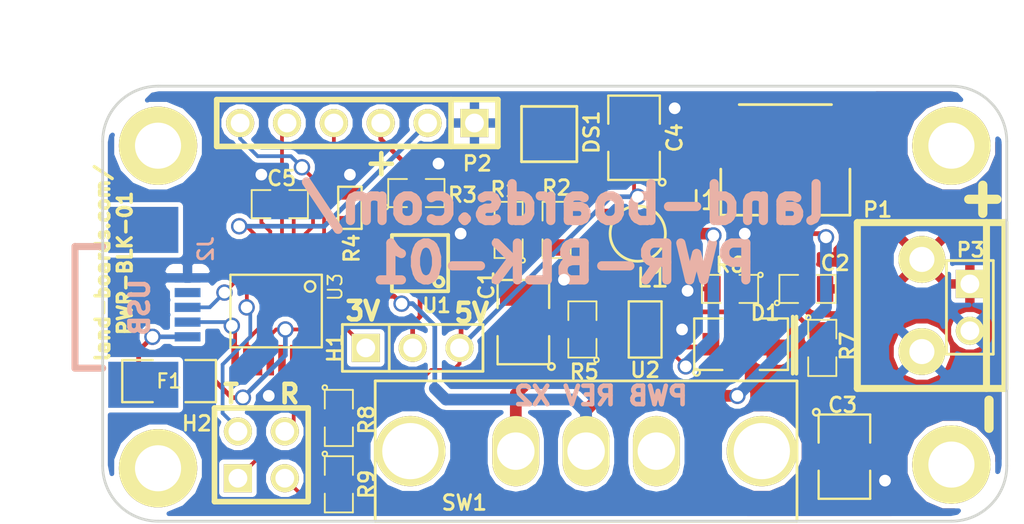
<source format=kicad_pcb>
(kicad_pcb (version 3) (host pcbnew "(2013-04-19 BZR 4011)-stable")

  (general
    (links 62)
    (no_connects 0)
    (area 121.691777 90.525001 181.4864 120.709)
    (thickness 1.6)
    (drawings 22)
    (tracks 214)
    (zones 0)
    (modules 35)
    (nets 28)
  )

  (page A)
  (title_block 
    (title "One Wire Data Logger")
    (rev X1)
  )

  (layers
    (15 F.Cu signal)
    (0 B.Cu signal)
    (20 B.SilkS user)
    (21 F.SilkS user)
    (22 B.Mask user)
    (23 F.Mask user)
    (24 Dwgs.User user)
    (28 Edge.Cuts user)
  )

  (setup
    (last_trace_width 0.254)
    (user_trace_width 0.2032)
    (user_trace_width 0.635)
    (trace_clearance 0.254)
    (zone_clearance 0.2032)
    (zone_45_only no)
    (trace_min 0.1524)
    (segment_width 0.2)
    (edge_width 0.15)
    (via_size 0.889)
    (via_drill 0.635)
    (via_min_size 0.889)
    (via_min_drill 0.508)
    (uvia_size 0.508)
    (uvia_drill 0.127)
    (uvias_allowed no)
    (uvia_min_size 0.508)
    (uvia_min_drill 0.127)
    (pcb_text_width 0.3)
    (pcb_text_size 1 1)
    (mod_edge_width 0.15)
    (mod_text_size 0.8 0.8)
    (mod_text_width 0.15)
    (pad_size 5 5)
    (pad_drill 3.174999)
    (pad_to_mask_clearance 0.1016)
    (aux_axis_origin 0 0)
    (visible_elements 7FFFFF9F)
    (pcbplotparams
      (layerselection 284196865)
      (usegerberextensions true)
      (excludeedgelayer true)
      (linewidth 0)
      (plotframeref false)
      (viasonmask false)
      (mode 1)
      (useauxorigin false)
      (hpglpennumber 1)
      (hpglpenspeed 20)
      (hpglpendiameter 15)
      (hpglpenoverlay 2)
      (psnegative false)
      (psa4output false)
      (plotreference true)
      (plotvalue true)
      (plotothertext true)
      (plotinvisibletext false)
      (padsonsilk false)
      (subtractmaskfromsilk false)
      (outputformat 1)
      (mirror false)
      (drillshape 0)
      (scaleselection 1)
      (outputdirectory plots/))
  )

  (net 0 "")
  (net 1 "/5V Power Supply/+5VOUT")
  (net 2 "/5V Power Supply/3.7V")
  (net 3 /FTDI/+3.3V)
  (net 4 /FTDI/CTS)
  (net 5 /FTDI/DM)
  (net 6 /FTDI/DP)
  (net 7 /FTDI/PUP0)
  (net 8 /FTDI/PUP1)
  (net 9 /FTDI/RTS)
  (net 10 /FTDI/RX)
  (net 11 /FTDI/RXLED*)
  (net 12 /FTDI/TX)
  (net 13 /FTDI/TXLED*)
  (net 14 /FTDI/VCC)
  (net 15 /FTDI/VUSB)
  (net 16 "/LiPo Battery Charger/VB-3.7")
  (net 17 GND)
  (net 18 N-0000013)
  (net 19 N-0000014)
  (net 20 N-0000016)
  (net 21 N-0000017)
  (net 22 N-0000018)
  (net 23 N-0000019)
  (net 24 N-0000020)
  (net 25 N-0000021)
  (net 26 N-0000022)
  (net 27 N-0000023)

  (net_class Default "This is the default net class."
    (clearance 0.254)
    (trace_width 0.254)
    (via_dia 0.889)
    (via_drill 0.635)
    (uvia_dia 0.508)
    (uvia_drill 0.127)
    (add_net "")
    (add_net "/5V Power Supply/+5VOUT")
    (add_net "/5V Power Supply/3.7V")
    (add_net /FTDI/+3.3V)
    (add_net /FTDI/CTS)
    (add_net /FTDI/DM)
    (add_net /FTDI/DP)
    (add_net /FTDI/PUP0)
    (add_net /FTDI/PUP1)
    (add_net /FTDI/RTS)
    (add_net /FTDI/RX)
    (add_net /FTDI/RXLED*)
    (add_net /FTDI/TX)
    (add_net /FTDI/TXLED*)
    (add_net /FTDI/VCC)
    (add_net /FTDI/VUSB)
    (add_net "/LiPo Battery Charger/VB-3.7")
    (add_net GND)
    (add_net N-0000013)
    (add_net N-0000014)
    (add_net N-0000016)
    (add_net N-0000017)
    (add_net N-0000018)
    (add_net N-0000019)
    (add_net N-0000020)
    (add_net N-0000021)
    (add_net N-0000022)
    (add_net N-0000023)
  )

  (module SM1210 (layer F.Cu) (tedit 53EB90A0) (tstamp 517C7636)
    (at 170.2 115.1 270)
    (tags "CMS SM")
    (path /517C5DAF/517C7D72)
    (attr smd)
    (fp_text reference C3 (at -2.8 0.1 360) (layer F.SilkS)
      (effects (font (size 0.8 0.8) (thickness 0.15)))
    )
    (fp_text value 4.7uF (at 1.5 2.2 270) (layer F.SilkS) hide
      (effects (font (size 0.762 0.762) (thickness 0.127)))
    )
    (fp_circle (center -2.413 1.524) (end -2.286 1.397) (layer F.SilkS) (width 0.127))
    (fp_line (start -0.762 -1.397) (end -2.286 -1.397) (layer F.SilkS) (width 0.127))
    (fp_line (start -2.286 -1.397) (end -2.286 1.397) (layer F.SilkS) (width 0.127))
    (fp_line (start -2.286 1.397) (end -0.762 1.397) (layer F.SilkS) (width 0.127))
    (fp_line (start 0.762 1.397) (end 2.286 1.397) (layer F.SilkS) (width 0.127))
    (fp_line (start 2.286 1.397) (end 2.286 -1.397) (layer F.SilkS) (width 0.127))
    (fp_line (start 2.286 -1.397) (end 0.762 -1.397) (layer F.SilkS) (width 0.127))
    (pad 1 smd rect (at -1.524 0 270) (size 1.27 2.54)
      (layers F.Cu F.Mask)
      (net 1 "/5V Power Supply/+5VOUT")
    )
    (pad 2 smd rect (at 1.524 0 270) (size 1.27 2.54)
      (layers F.Cu F.Mask)
      (net 17 GND)
    )
    (model smd/chip_cms.wrl
      (at (xyz 0 0 0))
      (scale (xyz 0.17 0.2 0.17))
      (rotate (xyz 0 0 0))
    )
  )

  (module SM0805 (layer F.Cu) (tedit 51B9F66C) (tstamp 517C76B7)
    (at 154.6 102.8 90)
    (path /517C5D95/517C6029)
    (attr smd)
    (fp_text reference R2 (at 2.286 0 180) (layer F.SilkS)
      (effects (font (size 0.8 0.8) (thickness 0.15)))
    )
    (fp_text value 470 (at 0 0.381 90) (layer F.SilkS) hide
      (effects (font (size 0.50038 0.50038) (thickness 0.10922)))
    )
    (fp_circle (center -1.651 0.762) (end -1.651 0.635) (layer F.SilkS) (width 0.09906))
    (fp_line (start -0.508 0.762) (end -1.524 0.762) (layer F.SilkS) (width 0.09906))
    (fp_line (start -1.524 0.762) (end -1.524 -0.762) (layer F.SilkS) (width 0.09906))
    (fp_line (start -1.524 -0.762) (end -0.508 -0.762) (layer F.SilkS) (width 0.09906))
    (fp_line (start 0.508 -0.762) (end 1.524 -0.762) (layer F.SilkS) (width 0.09906))
    (fp_line (start 1.524 -0.762) (end 1.524 0.762) (layer F.SilkS) (width 0.09906))
    (fp_line (start 1.524 0.762) (end 0.508 0.762) (layer F.SilkS) (width 0.09906))
    (pad 1 smd rect (at -0.9525 0 90) (size 0.889 1.397)
      (layers F.Cu F.Mask)
      (net 23 N-0000019)
    )
    (pad 2 smd rect (at 0.9525 0 90) (size 0.889 1.397)
      (layers F.Cu F.Mask)
      (net 21 N-0000017)
    )
    (model smd/chip_cms.wrl
      (at (xyz 0 0 0))
      (scale (xyz 0.1 0.1 0.1))
      (rotate (xyz 0 0 0))
    )
  )

  (module SM0805 (layer F.Cu) (tedit 53CC0328) (tstamp 517C76C4)
    (at 152 102.8 90)
    (path /517C5D95/517C601A)
    (attr smd)
    (fp_text reference R1 (at 2.2 -0.2 180) (layer F.SilkS)
      (effects (font (size 0.8 0.8) (thickness 0.15)))
    )
    (fp_text value 470 (at 0.508 0.254 90) (layer F.SilkS) hide
      (effects (font (size 0.50038 0.50038) (thickness 0.10922)))
    )
    (fp_circle (center -1.651 0.762) (end -1.651 0.635) (layer F.SilkS) (width 0.09906))
    (fp_line (start -0.508 0.762) (end -1.524 0.762) (layer F.SilkS) (width 0.09906))
    (fp_line (start -1.524 0.762) (end -1.524 -0.762) (layer F.SilkS) (width 0.09906))
    (fp_line (start -1.524 -0.762) (end -0.508 -0.762) (layer F.SilkS) (width 0.09906))
    (fp_line (start 0.508 -0.762) (end 1.524 -0.762) (layer F.SilkS) (width 0.09906))
    (fp_line (start 1.524 -0.762) (end 1.524 0.762) (layer F.SilkS) (width 0.09906))
    (fp_line (start 1.524 0.762) (end 0.508 0.762) (layer F.SilkS) (width 0.09906))
    (pad 1 smd rect (at -0.9525 0 90) (size 0.889 1.397)
      (layers F.Cu F.Mask)
      (net 22 N-0000018)
    )
    (pad 2 smd rect (at 0.9525 0 90) (size 0.889 1.397)
      (layers F.Cu F.Mask)
      (net 20 N-0000016)
    )
    (model smd/chip_cms.wrl
      (at (xyz 0 0 0))
      (scale (xyz 0.1 0.1 0.1))
      (rotate (xyz 0 0 0))
    )
  )

  (module SM0805 (layer F.Cu) (tedit 53CC0E67) (tstamp 517D30A1)
    (at 147 100.8)
    (path /517C5D95/517C6174)
    (attr smd)
    (fp_text reference R3 (at 2.5 0.1) (layer F.SilkS)
      (effects (font (size 0.8 0.8) (thickness 0.15)))
    )
    (fp_text value 2.2K (at 0 0.381) (layer F.SilkS) hide
      (effects (font (size 0.50038 0.50038) (thickness 0.10922)))
    )
    (fp_circle (center -1.651 0.762) (end -1.651 0.635) (layer F.SilkS) (width 0.09906))
    (fp_line (start -0.508 0.762) (end -1.524 0.762) (layer F.SilkS) (width 0.09906))
    (fp_line (start -1.524 0.762) (end -1.524 -0.762) (layer F.SilkS) (width 0.09906))
    (fp_line (start -1.524 -0.762) (end -0.508 -0.762) (layer F.SilkS) (width 0.09906))
    (fp_line (start 0.508 -0.762) (end 1.524 -0.762) (layer F.SilkS) (width 0.09906))
    (fp_line (start 1.524 -0.762) (end 1.524 0.762) (layer F.SilkS) (width 0.09906))
    (fp_line (start 1.524 0.762) (end 0.508 0.762) (layer F.SilkS) (width 0.09906))
    (pad 1 smd rect (at -0.9525 0) (size 0.889 1.397)
      (layers F.Cu F.Mask)
      (net 18 N-0000013)
    )
    (pad 2 smd rect (at 0.9525 0) (size 0.889 1.397)
      (layers F.Cu F.Mask)
      (net 17 GND)
    )
    (model smd/chip_cms.wrl
      (at (xyz 0 0 0))
      (scale (xyz 0.1 0.1 0.1))
      (rotate (xyz 0 0 0))
    )
  )

  (module USB-B-MINI (layer B.Cu) (tedit 518D1FA2) (tstamp 517C772D)
    (at 128.5 107 90)
    (descr "USB, MINI, B")
    (tags USB-B-MINI)
    (path /53C9C2FF/4FF311FD)
    (fp_text reference J2 (at 3.163 7.088 90) (layer B.SilkS)
      (effects (font (size 0.8 0.8) (thickness 0.15)) (justify mirror))
    )
    (fp_text value USB-B (at 0.39878 -1.50114 90) (layer B.SilkS) hide
      (effects (font (size 1.524 1.524) (thickness 0.3048)) (justify mirror))
    )
    (fp_line (start -3.29946 0) (end -3.29946 1.50114) (layer B.SilkS) (width 0.381))
    (fp_line (start 3.29946 0) (end 3.29946 1.50114) (layer B.SilkS) (width 0.381))
    (fp_line (start -3.29946 0) (end 3.29946 0) (layer B.SilkS) (width 0.381))
    (pad G2 smd rect (at 4.20116 3.70078 90) (size 2.49936 3.79984)
      (layers B.Cu B.Mask)
    )
    (pad G1 smd rect (at -4.20116 3.70078 90) (size 2.49936 3.79984)
      (layers B.Cu B.Mask)
    )
    (pad 4 smd rect (at 1.6002 6.10108 90) (size 0.50038 1.39954)
      (layers B.Cu B.Mask)
      (net 17 GND)
    )
    (pad NC smd rect (at 0.8001 6.10108 90) (size 0.50038 1.39954)
      (layers B.Cu B.Mask)
    )
    (pad 1 smd rect (at -1.6002 6.10108 90) (size 0.50038 1.39954)
      (layers B.Cu B.Mask)
      (net 27 N-0000023)
    )
    (pad 2 smd rect (at -0.8001 6.10108 90) (size 0.50038 1.39954)
      (layers B.Cu B.Mask)
      (net 5 /FTDI/DM)
    )
    (pad 3 smd rect (at 0 6.10108 90) (size 0.50038 1.39954)
      (layers B.Cu B.Mask)
      (net 6 /FTDI/DP)
    )
  )

  (module SOD-123 (layer F.Cu) (tedit 53EB9975) (tstamp 53CC0386)
    (at 164.6 109)
    (tags "CMS SM")
    (path /517C5DAF/517C7D22)
    (attr smd)
    (fp_text reference D1 (at 1.3 -1.7) (layer F.SilkS)
      (effects (font (size 0.8 0.8) (thickness 0.15)))
    )
    (fp_text value MBR0520LT1G (at 0.127 2.159) (layer F.SilkS) hide
      (effects (font (size 0.762 0.762) (thickness 0.127)))
    )
    (fp_circle (center -2.413 1.524) (end -2.286 1.397) (layer F.SilkS) (width 0.127))
    (fp_line (start -1.016 -1.397) (end -2.54 -1.397) (layer F.SilkS) (width 0.127))
    (fp_line (start -2.54 -1.397) (end -2.54 1.397) (layer F.SilkS) (width 0.127))
    (fp_line (start -2.54 1.397) (end -1.016 1.397) (layer F.SilkS) (width 0.127))
    (fp_line (start 1.016 1.397) (end 2.54 1.397) (layer F.SilkS) (width 0.127))
    (fp_line (start 2.54 1.397) (end 2.54 -1.397) (layer F.SilkS) (width 0.127))
    (fp_line (start 2.54 -1.397) (end 1.016 -1.397) (layer F.SilkS) (width 0.127))
    (pad 1 smd rect (at -1.63576 0) (size 0.90932 1.2192)
      (layers F.Cu F.Mask)
      (net 26 N-0000022)
    )
    (pad 2 smd rect (at 1.63576 0) (size 0.90932 1.2192)
      (layers F.Cu F.Mask)
      (net 1 "/5V Power Supply/+5VOUT")
    )
    (model smd/chip_cms.wrl
      (at (xyz 0 0 0))
      (scale (xyz 0.17 0.2 0.17))
      (rotate (xyz 0 0 0))
    )
  )

  (module SM0805 (layer F.Cu) (tedit 53CC0B6F) (tstamp 517C7F7B)
    (at 156 108.2 90)
    (path /517C5DAF/517C78A7)
    (attr smd)
    (fp_text reference R5 (at -2.3 0.1 180) (layer F.SilkS)
      (effects (font (size 0.8 0.8) (thickness 0.15)))
    )
    (fp_text value 1M (at 0 0.381 90) (layer F.SilkS) hide
      (effects (font (size 0.50038 0.50038) (thickness 0.10922)))
    )
    (fp_circle (center -1.651 0.762) (end -1.651 0.635) (layer F.SilkS) (width 0.09906))
    (fp_line (start -0.508 0.762) (end -1.524 0.762) (layer F.SilkS) (width 0.09906))
    (fp_line (start -1.524 0.762) (end -1.524 -0.762) (layer F.SilkS) (width 0.09906))
    (fp_line (start -1.524 -0.762) (end -0.508 -0.762) (layer F.SilkS) (width 0.09906))
    (fp_line (start 0.508 -0.762) (end 1.524 -0.762) (layer F.SilkS) (width 0.09906))
    (fp_line (start 1.524 -0.762) (end 1.524 0.762) (layer F.SilkS) (width 0.09906))
    (fp_line (start 1.524 0.762) (end 0.508 0.762) (layer F.SilkS) (width 0.09906))
    (pad 1 smd rect (at -0.9525 0 90) (size 0.889 1.397)
      (layers F.Cu F.Mask)
      (net 2 "/5V Power Supply/3.7V")
    )
    (pad 2 smd rect (at 0.9525 0 90) (size 0.889 1.397)
      (layers F.Cu F.Mask)
      (net 25 N-0000021)
    )
    (model smd/chip_cms.wrl
      (at (xyz 0 0 0))
      (scale (xyz 0.1 0.1 0.1))
      (rotate (xyz 0 0 0))
    )
  )

  (module SM0805 (layer F.Cu) (tedit 53EF851B) (tstamp 518D1FF5)
    (at 142.8 116.6 270)
    (path /53C9C2FF/4FF314D2)
    (attr smd)
    (fp_text reference R9 (at 0 -1.5 270) (layer F.SilkS)
      (effects (font (size 0.8 0.8) (thickness 0.15)))
    )
    (fp_text value 270 (at 0 0.381 270) (layer F.SilkS) hide
      (effects (font (size 0.50038 0.50038) (thickness 0.10922)))
    )
    (fp_circle (center -1.651 0.762) (end -1.651 0.635) (layer F.SilkS) (width 0.09906))
    (fp_line (start -0.508 0.762) (end -1.524 0.762) (layer F.SilkS) (width 0.09906))
    (fp_line (start -1.524 0.762) (end -1.524 -0.762) (layer F.SilkS) (width 0.09906))
    (fp_line (start -1.524 -0.762) (end -0.508 -0.762) (layer F.SilkS) (width 0.09906))
    (fp_line (start 0.508 -0.762) (end 1.524 -0.762) (layer F.SilkS) (width 0.09906))
    (fp_line (start 1.524 -0.762) (end 1.524 0.762) (layer F.SilkS) (width 0.09906))
    (fp_line (start 1.524 0.762) (end 0.508 0.762) (layer F.SilkS) (width 0.09906))
    (pad 1 smd rect (at -0.9525 0 270) (size 0.889 1.397)
      (layers F.Cu F.Mask)
      (net 15 /FTDI/VUSB)
    )
    (pad 2 smd rect (at 0.9525 0 270) (size 0.889 1.397)
      (layers F.Cu F.Mask)
      (net 8 /FTDI/PUP1)
    )
    (model smd/chip_cms.wrl
      (at (xyz 0 0 0))
      (scale (xyz 0.1 0.1 0.1))
      (rotate (xyz 0 0 0))
    )
  )

  (module SM0805 (layer F.Cu) (tedit 53CC0359) (tstamp 517FF69C)
    (at 169 109.2 270)
    (path /517C5DAF/517C7E37)
    (attr smd)
    (fp_text reference R7 (at -0.1 -1.4 270) (layer F.SilkS)
      (effects (font (size 0.8 0.8) (thickness 0.15)))
    )
    (fp_text value 3.09K (at 0 0.381 270) (layer F.SilkS) hide
      (effects (font (size 0.50038 0.50038) (thickness 0.10922)))
    )
    (fp_circle (center -1.651 0.762) (end -1.651 0.635) (layer F.SilkS) (width 0.09906))
    (fp_line (start -0.508 0.762) (end -1.524 0.762) (layer F.SilkS) (width 0.09906))
    (fp_line (start -1.524 0.762) (end -1.524 -0.762) (layer F.SilkS) (width 0.09906))
    (fp_line (start -1.524 -0.762) (end -0.508 -0.762) (layer F.SilkS) (width 0.09906))
    (fp_line (start 0.508 -0.762) (end 1.524 -0.762) (layer F.SilkS) (width 0.09906))
    (fp_line (start 1.524 -0.762) (end 1.524 0.762) (layer F.SilkS) (width 0.09906))
    (fp_line (start 1.524 0.762) (end 0.508 0.762) (layer F.SilkS) (width 0.09906))
    (pad 1 smd rect (at -0.9525 0 270) (size 0.889 1.397)
      (layers F.Cu F.Mask)
      (net 24 N-0000020)
    )
    (pad 2 smd rect (at 0.9525 0 270) (size 0.889 1.397)
      (layers F.Cu F.Mask)
      (net 1 "/5V Power Supply/+5VOUT")
    )
    (model smd/chip_cms.wrl
      (at (xyz 0 0 0))
      (scale (xyz 0.1 0.1 0.1))
      (rotate (xyz 0 0 0))
    )
  )

  (module SM0805 (layer F.Cu) (tedit 53CC0C3C) (tstamp 51804B98)
    (at 164 106 180)
    (path /517C5DAF/517C7E46)
    (attr smd)
    (fp_text reference R6 (at 0 1.3 180) (layer F.SilkS)
      (effects (font (size 0.8 0.8) (thickness 0.15)))
    )
    (fp_text value 1K (at 0 0.381 180) (layer F.SilkS) hide
      (effects (font (size 0.50038 0.50038) (thickness 0.10922)))
    )
    (fp_circle (center -1.651 0.762) (end -1.651 0.635) (layer F.SilkS) (width 0.09906))
    (fp_line (start -0.508 0.762) (end -1.524 0.762) (layer F.SilkS) (width 0.09906))
    (fp_line (start -1.524 0.762) (end -1.524 -0.762) (layer F.SilkS) (width 0.09906))
    (fp_line (start -1.524 -0.762) (end -0.508 -0.762) (layer F.SilkS) (width 0.09906))
    (fp_line (start 0.508 -0.762) (end 1.524 -0.762) (layer F.SilkS) (width 0.09906))
    (fp_line (start 1.524 -0.762) (end 1.524 0.762) (layer F.SilkS) (width 0.09906))
    (fp_line (start 1.524 0.762) (end 0.508 0.762) (layer F.SilkS) (width 0.09906))
    (pad 1 smd rect (at -0.9525 0 180) (size 0.889 1.397)
      (layers F.Cu F.Mask)
      (net 24 N-0000020)
    )
    (pad 2 smd rect (at 0.9525 0 180) (size 0.889 1.397)
      (layers F.Cu F.Mask)
      (net 17 GND)
    )
    (model smd/chip_cms.wrl
      (at (xyz 0 0 0))
      (scale (xyz 0.1 0.1 0.1))
      (rotate (xyz 0 0 0))
    )
  )

  (module FIDUCIAL (layer F.Cu) (tedit 518BF783) (tstamp 53CC1817)
    (at 162.7 116.9)
    (path /518D21B8)
    (fp_text reference FID1 (at 0 2.3495) (layer F.SilkS) hide
      (effects (font (size 0.8 0.8) (thickness 0.15)))
    )
    (fp_text value CONN_1 (at 0.127 -2.794) (layer F.SilkS) hide
      (effects (font (size 1.016 1.016) (thickness 0.2032)))
    )
    (pad 1 smd circle (at 0 0) (size 1 1)
      (layers F.Cu F.Mask)
      (solder_mask_margin 1)
      (clearance 1)
    )
  )

  (module FIDUCIAL (layer F.Cu) (tedit 518BF783) (tstamp 518D1DC2)
    (at 136.1 100.9)
    (path /518D20E3)
    (fp_text reference FID2 (at 0 2.3495) (layer F.SilkS) hide
      (effects (font (size 0.8 0.8) (thickness 0.15)))
    )
    (fp_text value CONN_1 (at 0.127 -2.794) (layer F.SilkS) hide
      (effects (font (size 1.016 1.016) (thickness 0.2032)))
    )
    (pad 1 smd circle (at 0 0) (size 1 1)
      (layers F.Cu F.Mask)
      (solder_mask_margin 1)
      (clearance 1)
    )
  )

  (module SW-SPDT-SLIDE (layer F.Cu) (tedit 53C9D448) (tstamp 51B1D411)
    (at 156.2 114.8)
    (path /53C9D52C)
    (fp_text reference SW1 (at -6.6 2.8) (layer F.SilkS)
      (effects (font (size 0.8 0.8) (thickness 0.15)))
    )
    (fp_text value SW-SPDT (at 0 5.08) (layer F.SilkS) hide
      (effects (font (size 1 1) (thickness 0.15)))
    )
    (fp_line (start 11.43 -3.81) (end 11.43 3.81) (layer F.SilkS) (width 0.15))
    (fp_line (start -11.43 -3.81) (end -11.43 3.81) (layer F.SilkS) (width 0.15))
    (fp_line (start 11.43 3.81) (end -11.43 3.81) (layer F.SilkS) (width 0.15))
    (fp_line (start -11.43 -3.81) (end 11.43 -3.81) (layer F.SilkS) (width 0.15))
    (pad 1 thru_hole oval (at -3.81 0) (size 2.54 3.81) (drill 2.032)
      (layers *.Cu *.Mask F.SilkS)
      (net 2 "/5V Power Supply/3.7V")
    )
    (pad 2 thru_hole oval (at 0 0) (size 2.54 3.81) (drill 2.032)
      (layers *.Cu *.Mask F.SilkS)
      (net 16 "/LiPo Battery Charger/VB-3.7")
    )
    (pad 3 thru_hole oval (at 3.81 0) (size 2.54 3.81) (drill 2.032)
      (layers *.Cu *.Mask F.SilkS)
    )
    (pad "" thru_hole circle (at -9.525 0) (size 3.81 3.81) (drill 3.048)
      (layers *.Cu *.Mask F.SilkS)
    )
    (pad "" thru_hole circle (at 9.525 0) (size 3.81 3.81) (drill 3.048)
      (layers *.Cu *.Mask F.SilkS)
    )
  )

  (module SOT23_LED2C (layer F.Cu) (tedit 53CC0AEF) (tstamp 53BEC19C)
    (at 154.2 97.6 180)
    (tags SOT23)
    (path /517C5D95/517C600B)
    (fp_text reference DS1 (at -2.3 0.1 270) (layer F.SilkS)
      (effects (font (size 0.8 0.8) (thickness 0.15)))
    )
    (fp_text value LED2C_CA (at 0 2.8 180) (layer F.SilkS) hide
      (effects (font (size 0.50038 0.50038) (thickness 0.0762)))
    )
    (fp_line (start 1.5 -1.5) (end 1.5 1.5) (layer F.SilkS) (width 0.15))
    (fp_line (start 1.5 1.5) (end -1.5 1.5) (layer F.SilkS) (width 0.15))
    (fp_line (start -1.5 1.5) (end -1.5 -1.5) (layer F.SilkS) (width 0.15))
    (fp_line (start -1.5 -1.5) (end 1.5 -1.5) (layer F.SilkS) (width 0.15))
    (pad ANOD smd rect (at 0 -1.4 180) (size 1.5 1.5)
      (layers F.Cu F.Mask)
      (net 15 /FTDI/VUSB)
    )
    (pad RED smd rect (at 0.95 1.4 180) (size 1.5 1.5)
      (layers F.Cu F.Mask)
      (net 20 N-0000016)
    )
    (pad GRN smd rect (at -0.95 1.4 180) (size 1.5 1.5)
      (layers F.Cu F.Mask)
      (net 21 N-0000017)
    )
    (model smd/SOT23_6.wrl
      (at (xyz 0 0 0))
      (scale (xyz 0.11 0.11 0.11))
      (rotate (xyz 0 0 -180))
    )
  )

  (module PIN_ARRAY_3X1 (layer F.Cu) (tedit 53EF84F0) (tstamp 53C9BCB4)
    (at 146.8 109.2)
    (descr "Connecteur 3 pins")
    (tags "CONN DEV")
    (path /53C9C2FF/4FF31320)
    (fp_text reference H1 (at -4.2 0 90) (layer F.SilkS)
      (effects (font (size 0.8 0.8) (thickness 0.15)))
    )
    (fp_text value CONN_3 (at 0 -2.159) (layer F.SilkS) hide
      (effects (font (size 1.016 1.016) (thickness 0.1524)))
    )
    (fp_line (start -3.81 1.27) (end -3.81 -1.27) (layer F.SilkS) (width 0.1524))
    (fp_line (start -3.81 -1.27) (end 3.81 -1.27) (layer F.SilkS) (width 0.1524))
    (fp_line (start 3.81 -1.27) (end 3.81 1.27) (layer F.SilkS) (width 0.1524))
    (fp_line (start 3.81 1.27) (end -3.81 1.27) (layer F.SilkS) (width 0.1524))
    (fp_line (start -1.27 -1.27) (end -1.27 1.27) (layer F.SilkS) (width 0.1524))
    (pad 1 thru_hole rect (at -2.54 0) (size 1.524 1.524) (drill 1.016)
      (layers *.Cu *.Mask F.SilkS)
      (net 3 /FTDI/+3.3V)
    )
    (pad 2 thru_hole circle (at 0 0) (size 1.524 1.524) (drill 1.016)
      (layers *.Cu *.Mask F.SilkS)
      (net 14 /FTDI/VCC)
    )
    (pad 3 thru_hole circle (at 2.54 0) (size 1.524 1.524) (drill 1.016)
      (layers *.Cu *.Mask F.SilkS)
      (net 15 /FTDI/VUSB)
    )
    (model pin_array/pins_array_3x1.wrl
      (at (xyz 0 0 0))
      (scale (xyz 1 1 1))
      (rotate (xyz 0 0 0))
    )
  )

  (module PIN_ARRAY_2X2 (layer F.Cu) (tedit 53EF8465) (tstamp 53C9BCC0)
    (at 138.6 115)
    (descr "Double rangee de contacts 2 x 2 pins")
    (tags CONN)
    (path /53C9C2FF/5245770A)
    (fp_text reference H2 (at -3.5 -1.7) (layer F.SilkS)
      (effects (font (size 0.8 0.8) (thickness 0.15)))
    )
    (fp_text value CONN_2X2 (at 0 3.048) (layer F.SilkS) hide
      (effects (font (size 1.016 1.016) (thickness 0.2032)))
    )
    (fp_line (start -2.54 -2.54) (end 2.54 -2.54) (layer F.SilkS) (width 0.3048))
    (fp_line (start 2.54 -2.54) (end 2.54 2.54) (layer F.SilkS) (width 0.3048))
    (fp_line (start 2.54 2.54) (end -2.54 2.54) (layer F.SilkS) (width 0.3048))
    (fp_line (start -2.54 2.54) (end -2.54 -2.54) (layer F.SilkS) (width 0.3048))
    (pad 1 thru_hole rect (at -1.27 1.27) (size 1.524 1.524) (drill 1.016)
      (layers *.Cu *.Mask F.SilkS)
      (net 7 /FTDI/PUP0)
    )
    (pad 2 thru_hole circle (at -1.27 -1.27) (size 1.524 1.524) (drill 1.016)
      (layers *.Cu *.Mask F.SilkS)
      (net 13 /FTDI/TXLED*)
    )
    (pad 3 thru_hole circle (at 1.27 1.27) (size 1.524 1.524) (drill 1.016)
      (layers *.Cu *.Mask F.SilkS)
      (net 8 /FTDI/PUP1)
    )
    (pad 4 thru_hole circle (at 1.27 -1.27) (size 1.524 1.524) (drill 1.016)
      (layers *.Cu *.Mask F.SilkS)
      (net 11 /FTDI/RXLED*)
    )
    (model pin_array/pins_array_2x2.wrl
      (at (xyz 0 0 0))
      (scale (xyz 1 1 1))
      (rotate (xyz 0 0 0))
    )
  )

  (module PIN_ARRAY-6X1 (layer F.Cu) (tedit 53CC0AE5) (tstamp 53C9BCD8)
    (at 143.8 97 180)
    (descr "Connecteur 6 pins")
    (tags "CONN DEV")
    (path /53C9C2FF/4FF312DA)
    (fp_text reference P2 (at -6.5 -2.2 180) (layer F.SilkS)
      (effects (font (size 0.8 0.8) (thickness 0.15)))
    )
    (fp_text value CONN_6 (at 0 2.159 180) (layer F.SilkS) hide
      (effects (font (size 1.016 0.889) (thickness 0.2032)))
    )
    (fp_line (start -7.62 1.27) (end -7.62 -1.27) (layer F.SilkS) (width 0.3048))
    (fp_line (start -7.62 -1.27) (end 7.62 -1.27) (layer F.SilkS) (width 0.3048))
    (fp_line (start 7.62 -1.27) (end 7.62 1.27) (layer F.SilkS) (width 0.3048))
    (fp_line (start 7.62 1.27) (end -7.62 1.27) (layer F.SilkS) (width 0.3048))
    (fp_line (start -5.08 1.27) (end -5.08 -1.27) (layer F.SilkS) (width 0.3048))
    (pad 1 thru_hole rect (at -6.35 0 180) (size 1.524 1.524) (drill 1.016)
      (layers *.Cu *.Mask F.SilkS)
      (net 17 GND)
    )
    (pad 2 thru_hole circle (at -3.81 0 180) (size 1.524 1.524) (drill 1.016)
      (layers *.Cu *.Mask F.SilkS)
      (net 4 /FTDI/CTS)
    )
    (pad 3 thru_hole circle (at -1.27 0 180) (size 1.524 1.524) (drill 1.016)
      (layers *.Cu *.Mask F.SilkS)
      (net 14 /FTDI/VCC)
    )
    (pad 4 thru_hole circle (at 1.27 0 180) (size 1.524 1.524) (drill 1.016)
      (layers *.Cu *.Mask F.SilkS)
      (net 12 /FTDI/TX)
    )
    (pad 5 thru_hole circle (at 3.81 0 180) (size 1.524 1.524) (drill 1.016)
      (layers *.Cu *.Mask F.SilkS)
      (net 10 /FTDI/RX)
    )
    (pad 6 thru_hole circle (at 6.35 0 180) (size 1.524 1.524) (drill 1.016)
      (layers *.Cu *.Mask F.SilkS)
      (net 9 /FTDI/RTS)
    )
    (model pin_array/pins_array_6x1.wrl
      (at (xyz 0 0 0))
      (scale (xyz 1 1 1))
      (rotate (xyz 0 0 0))
    )
  )

  (module SM0805 (layer F.Cu) (tedit 53EB91A7) (tstamp 517C7629)
    (at 139.6 101.4 180)
    (path /53C9C2FF/4FF31376)
    (attr smd)
    (fp_text reference C5 (at -0.1 1.4 180) (layer F.SilkS)
      (effects (font (size 0.8 0.8) (thickness 0.15)))
    )
    (fp_text value 0.1uF (at -0.1 1.5 180) (layer F.SilkS) hide
      (effects (font (size 0.50038 0.50038) (thickness 0.10922)))
    )
    (fp_circle (center -1.651 0.762) (end -1.651 0.635) (layer F.SilkS) (width 0.09906))
    (fp_line (start -0.508 0.762) (end -1.524 0.762) (layer F.SilkS) (width 0.09906))
    (fp_line (start -1.524 0.762) (end -1.524 -0.762) (layer F.SilkS) (width 0.09906))
    (fp_line (start -1.524 -0.762) (end -0.508 -0.762) (layer F.SilkS) (width 0.09906))
    (fp_line (start 0.508 -0.762) (end 1.524 -0.762) (layer F.SilkS) (width 0.09906))
    (fp_line (start 1.524 -0.762) (end 1.524 0.762) (layer F.SilkS) (width 0.09906))
    (fp_line (start 1.524 0.762) (end 0.508 0.762) (layer F.SilkS) (width 0.09906))
    (pad 1 smd rect (at -0.9525 0 180) (size 0.889 1.397)
      (layers F.Cu F.Mask)
      (net 3 /FTDI/+3.3V)
    )
    (pad 2 smd rect (at 0.9525 0 180) (size 0.889 1.397)
      (layers F.Cu F.Mask)
      (net 17 GND)
    )
    (model smd/chip_cms.wrl
      (at (xyz 0 0 0))
      (scale (xyz 0.1 0.1 0.1))
      (rotate (xyz 0 0 0))
    )
  )

  (module SM0805 (layer F.Cu) (tedit 53EF8457) (tstamp 517C7643)
    (at 168.2 106)
    (path /517C5DAF/517C7F11)
    (attr smd)
    (fp_text reference C2 (at 1.5 -1.4) (layer F.SilkS)
      (effects (font (size 0.8 0.8) (thickness 0.15)))
    )
    (fp_text value 680pF (at 0 1.4) (layer F.SilkS) hide
      (effects (font (size 0.50038 0.50038) (thickness 0.10922)))
    )
    (fp_circle (center -1.651 0.762) (end -1.651 0.635) (layer F.SilkS) (width 0.09906))
    (fp_line (start -0.508 0.762) (end -1.524 0.762) (layer F.SilkS) (width 0.09906))
    (fp_line (start -1.524 0.762) (end -1.524 -0.762) (layer F.SilkS) (width 0.09906))
    (fp_line (start -1.524 -0.762) (end -0.508 -0.762) (layer F.SilkS) (width 0.09906))
    (fp_line (start 0.508 -0.762) (end 1.524 -0.762) (layer F.SilkS) (width 0.09906))
    (fp_line (start 1.524 -0.762) (end 1.524 0.762) (layer F.SilkS) (width 0.09906))
    (fp_line (start 1.524 0.762) (end 0.508 0.762) (layer F.SilkS) (width 0.09906))
    (pad 1 smd rect (at -0.9525 0) (size 0.889 1.397)
      (layers F.Cu F.Mask)
      (net 24 N-0000020)
    )
    (pad 2 smd rect (at 0.9525 0) (size 0.889 1.397)
      (layers F.Cu F.Mask)
      (net 1 "/5V Power Supply/+5VOUT")
    )
    (model smd/chip_cms.wrl
      (at (xyz 0 0 0))
      (scale (xyz 0.1 0.1 0.1))
      (rotate (xyz 0 0 0))
    )
  )

  (module SM1210 (layer F.Cu) (tedit 53EF84CB) (tstamp 517C765C)
    (at 152.8 107.8 90)
    (tags "CMS SM")
    (path /517C5DAF/517C78BC)
    (attr smd)
    (fp_text reference C1 (at 2 -2 90) (layer F.SilkS)
      (effects (font (size 0.8 0.8) (thickness 0.15)))
    )
    (fp_text value 4.7uF (at 0 0.508 90) (layer F.SilkS) hide
      (effects (font (size 0.762 0.762) (thickness 0.127)))
    )
    (fp_circle (center -2.413 1.524) (end -2.286 1.397) (layer F.SilkS) (width 0.127))
    (fp_line (start -0.762 -1.397) (end -2.286 -1.397) (layer F.SilkS) (width 0.127))
    (fp_line (start -2.286 -1.397) (end -2.286 1.397) (layer F.SilkS) (width 0.127))
    (fp_line (start -2.286 1.397) (end -0.762 1.397) (layer F.SilkS) (width 0.127))
    (fp_line (start 0.762 1.397) (end 2.286 1.397) (layer F.SilkS) (width 0.127))
    (fp_line (start 2.286 1.397) (end 2.286 -1.397) (layer F.SilkS) (width 0.127))
    (fp_line (start 2.286 -1.397) (end 0.762 -1.397) (layer F.SilkS) (width 0.127))
    (pad 1 smd rect (at -1.524 0 90) (size 1.27 2.54)
      (layers F.Cu F.Mask)
      (net 2 "/5V Power Supply/3.7V")
    )
    (pad 2 smd rect (at 1.524 0 90) (size 1.27 2.54)
      (layers F.Cu F.Mask)
      (net 17 GND)
    )
    (model smd/chip_cms.wrl
      (at (xyz 0 0 0))
      (scale (xyz 0.17 0.2 0.17))
      (rotate (xyz 0 0 0))
    )
  )

  (module SM1210 (layer F.Cu) (tedit 53C9DAC4) (tstamp 517C7683)
    (at 158.8 97.8 90)
    (tags "CMS SM")
    (path /53C9C2FF/4FF312AD)
    (attr smd)
    (fp_text reference C4 (at 0 2.2 90) (layer F.SilkS)
      (effects (font (size 0.8 0.8) (thickness 0.15)))
    )
    (fp_text value 10uF (at -0.085 2.165 90) (layer F.SilkS) hide
      (effects (font (size 0.762 0.762) (thickness 0.127)))
    )
    (fp_circle (center -2.413 1.524) (end -2.286 1.397) (layer F.SilkS) (width 0.127))
    (fp_line (start -0.762 -1.397) (end -2.286 -1.397) (layer F.SilkS) (width 0.127))
    (fp_line (start -2.286 -1.397) (end -2.286 1.397) (layer F.SilkS) (width 0.127))
    (fp_line (start -2.286 1.397) (end -0.762 1.397) (layer F.SilkS) (width 0.127))
    (fp_line (start 0.762 1.397) (end 2.286 1.397) (layer F.SilkS) (width 0.127))
    (fp_line (start 2.286 1.397) (end 2.286 -1.397) (layer F.SilkS) (width 0.127))
    (fp_line (start 2.286 -1.397) (end 0.762 -1.397) (layer F.SilkS) (width 0.127))
    (pad 1 smd rect (at -1.524 0 90) (size 1.27 2.54)
      (layers F.Cu F.Mask)
      (net 15 /FTDI/VUSB)
    )
    (pad 2 smd rect (at 1.524 0 90) (size 1.27 2.54)
      (layers F.Cu F.Mask)
      (net 17 GND)
    )
    (model smd/chip_cms.wrl
      (at (xyz 0 0 0))
      (scale (xyz 0.17 0.2 0.17))
      (rotate (xyz 0 0 0))
    )
  )

  (module SM0603 (layer F.Cu) (tedit 53CC0ABF) (tstamp 517C7F88)
    (at 143.4 101.6 90)
    (path /517C5D95/517C61DF)
    (attr smd)
    (fp_text reference R4 (at -2.2 0.1 90) (layer F.SilkS)
      (effects (font (size 0.8 0.8) (thickness 0.15)))
    )
    (fp_text value NTC-10K (at 0 0 90) (layer F.SilkS) hide
      (effects (font (size 0.508 0.4572) (thickness 0.1143)))
    )
    (fp_line (start -1.143 -0.635) (end 1.143 -0.635) (layer F.SilkS) (width 0.127))
    (fp_line (start 1.143 -0.635) (end 1.143 0.635) (layer F.SilkS) (width 0.127))
    (fp_line (start 1.143 0.635) (end -1.143 0.635) (layer F.SilkS) (width 0.127))
    (fp_line (start -1.143 0.635) (end -1.143 -0.635) (layer F.SilkS) (width 0.127))
    (pad 1 smd rect (at -0.762 0 90) (size 0.635 1.143)
      (layers F.Cu F.Mask)
      (net 19 N-0000014)
    )
    (pad 2 smd rect (at 0.762 0 90) (size 0.635 1.143)
      (layers F.Cu F.Mask)
      (net 17 GND)
    )
    (model smd\resistors\R0603.wrl
      (at (xyz 0 0 0.001))
      (scale (xyz 0.5 0.5 0.5))
      (rotate (xyz 0 0 0))
    )
  )

  (module SM0805 (layer F.Cu) (tedit 53EF8526) (tstamp 517FF6A6)
    (at 142.8 113 270)
    (path /53C9C2FF/4FF314CB)
    (attr smd)
    (fp_text reference R8 (at 0.1 -1.5 270) (layer F.SilkS)
      (effects (font (size 0.8 0.8) (thickness 0.15)))
    )
    (fp_text value 270 (at -0.031 -1.649 270) (layer F.SilkS) hide
      (effects (font (size 0.50038 0.50038) (thickness 0.10922)))
    )
    (fp_circle (center -1.651 0.762) (end -1.651 0.635) (layer F.SilkS) (width 0.09906))
    (fp_line (start -0.508 0.762) (end -1.524 0.762) (layer F.SilkS) (width 0.09906))
    (fp_line (start -1.524 0.762) (end -1.524 -0.762) (layer F.SilkS) (width 0.09906))
    (fp_line (start -1.524 -0.762) (end -0.508 -0.762) (layer F.SilkS) (width 0.09906))
    (fp_line (start 0.508 -0.762) (end 1.524 -0.762) (layer F.SilkS) (width 0.09906))
    (fp_line (start 1.524 -0.762) (end 1.524 0.762) (layer F.SilkS) (width 0.09906))
    (fp_line (start 1.524 0.762) (end 0.508 0.762) (layer F.SilkS) (width 0.09906))
    (pad 1 smd rect (at -0.9525 0 270) (size 0.889 1.397)
      (layers F.Cu F.Mask)
      (net 15 /FTDI/VUSB)
    )
    (pad 2 smd rect (at 0.9525 0 270) (size 0.889 1.397)
      (layers F.Cu F.Mask)
      (net 7 /FTDI/PUP0)
    )
    (model smd/chip_cms.wrl
      (at (xyz 0 0 0))
      (scale (xyz 0.1 0.1 0.1))
      (rotate (xyz 0 0 0))
    )
  )

  (module SOT23-5 (layer F.Cu) (tedit 53CC034D) (tstamp 517EB80B)
    (at 159.4 108.2 90)
    (path /517C5DAF/517C7898)
    (attr smd)
    (fp_text reference U2 (at -2.2 0 180) (layer F.SilkS)
      (effects (font (size 0.8 0.8) (thickness 0.15)))
    )
    (fp_text value LMR62014 (at 0 0 90) (layer F.SilkS) hide
      (effects (font (size 0.635 0.635) (thickness 0.127)))
    )
    (fp_line (start 1.524 -0.889) (end 1.524 0.889) (layer F.SilkS) (width 0.127))
    (fp_line (start 1.524 0.889) (end -1.524 0.889) (layer F.SilkS) (width 0.127))
    (fp_line (start -1.524 0.889) (end -1.524 -0.889) (layer F.SilkS) (width 0.127))
    (fp_line (start -1.524 -0.889) (end 1.524 -0.889) (layer F.SilkS) (width 0.127))
    (pad 1 smd rect (at -0.9525 1.27 90) (size 0.508 0.762)
      (layers F.Cu F.Mask)
      (net 26 N-0000022)
    )
    (pad 3 smd rect (at 0.9525 1.27 90) (size 0.508 0.762)
      (layers F.Cu F.Mask)
      (net 24 N-0000020)
    )
    (pad 5 smd rect (at -0.9525 -1.27 90) (size 0.508 0.762)
      (layers F.Cu F.Mask)
      (net 2 "/5V Power Supply/3.7V")
    )
    (pad 2 smd rect (at 0 1.27 90) (size 0.508 0.762)
      (layers F.Cu F.Mask)
      (net 17 GND)
    )
    (pad 4 smd rect (at 0.9525 -1.27 90) (size 0.508 0.762)
      (layers F.Cu F.Mask)
      (net 25 N-0000021)
    )
    (model smd/SOT23_5.wrl
      (at (xyz 0 0 0))
      (scale (xyz 0.1 0.1 0.1))
      (rotate (xyz 0 0 0))
    )
  )

  (module TB2-5MM (layer F.Cu) (tedit 53EB998F) (tstamp 53C9C402)
    (at 174.4 104.4 270)
    (path /53C9D166)
    (fp_text reference P1 (at -2.7 2.4 360) (layer F.SilkS)
      (effects (font (size 0.8 0.8) (thickness 0.15)))
    )
    (fp_text value CONN_2 (at 2 5 270) (layer F.SilkS) hide
      (effects (font (size 1.524 1.524) (thickness 0.3048)))
    )
    (fp_line (start -2 -4.5) (end -2 3.5) (layer F.SilkS) (width 0.381))
    (fp_line (start 7 -4.5) (end 7 3.5) (layer F.SilkS) (width 0.381))
    (fp_line (start -2 3.5) (end 7 3.5) (layer F.SilkS) (width 0.381))
    (fp_line (start -2 -3.5) (end 7 -3.5) (layer F.SilkS) (width 0.381))
    (fp_line (start -2 -4.5) (end 7 -4.5) (layer F.SilkS) (width 0.381))
    (pad 1 thru_hole circle (at 0 0 270) (size 2.54 2.54) (drill 1.3589)
      (layers *.Cu *.Mask F.SilkS)
      (net 1 "/5V Power Supply/+5VOUT")
    )
    (pad 2 thru_hole circle (at 5 0 270) (size 2.54 2.54) (drill 1.3589)
      (layers *.Cu *.Mask F.SilkS)
      (net 17 GND)
    )
  )

  (module MTG-2.5MM (layer F.Cu) (tedit 509E7E43) (tstamp 517C774A)
    (at 133 99.5)
    (path /51830500)
    (fp_text reference MTG1 (at -0.4318 -7.8232) (layer F.SilkS) hide
      (effects (font (size 0.8 0.8) (thickness 0.15)))
    )
    (fp_text value CONN_1 (at 0 -5.08) (layer F.SilkS) hide
      (effects (font (size 1.524 1.524) (thickness 0.3048)))
    )
    (pad 1 thru_hole circle (at 0 -1.27) (size 4.2418 4.2418) (drill 2.49936)
      (layers *.Cu *.Mask F.SilkS)
    )
  )

  (module MTG-2.5MM (layer F.Cu) (tedit 509E7E43) (tstamp 517C7754)
    (at 133 117)
    (path /5183051E)
    (fp_text reference MTG3 (at -0.4318 -7.8232) (layer F.SilkS) hide
      (effects (font (size 0.8 0.8) (thickness 0.15)))
    )
    (fp_text value CONN_1 (at 0 -5.08) (layer F.SilkS) hide
      (effects (font (size 1.524 1.524) (thickness 0.3048)))
    )
    (pad 1 thru_hole circle (at 0 -1.27) (size 4.2418 4.2418) (drill 2.49936)
      (layers *.Cu *.Mask F.SilkS)
    )
  )

  (module MTG-2.5MM (layer F.Cu) (tedit 509E7E43) (tstamp 53C9C386)
    (at 176 116.8)
    (path /5183050F)
    (fp_text reference MTG2 (at -0.4318 -7.8232) (layer F.SilkS) hide
      (effects (font (size 0.8 0.8) (thickness 0.15)))
    )
    (fp_text value CONN_1 (at 0 -5.08) (layer F.SilkS) hide
      (effects (font (size 1.524 1.524) (thickness 0.3048)))
    )
    (pad 1 thru_hole circle (at 0 -1.27) (size 4.2418 4.2418) (drill 2.49936)
      (layers *.Cu *.Mask F.SilkS)
    )
  )

  (module MTG-2.5MM (layer F.Cu) (tedit 509E7E43) (tstamp 53C9C38B)
    (at 176 99.5)
    (path /5183052D)
    (fp_text reference MTG4 (at -0.4318 -7.8232) (layer F.SilkS) hide
      (effects (font (size 0.8 0.8) (thickness 0.15)))
    )
    (fp_text value CONN_1 (at 0 -5.08) (layer F.SilkS) hide
      (effects (font (size 1.524 1.524) (thickness 0.3048)))
    )
    (pad 1 thru_hole circle (at 0 -1.27) (size 4.2418 4.2418) (drill 2.49936)
      (layers *.Cu *.Mask F.SilkS)
    )
  )

  (module MSOP10-0.5 (layer F.Cu) (tedit 53EB9016) (tstamp 53CC0B5B)
    (at 147.2 104.6 90)
    (descr "MSOP10 10pins pitch 0.5mm")
    (path /517C5D95/517C604F)
    (clearance 0.127)
    (attr smd)
    (fp_text reference U1 (at -2.3 0.9 180) (layer F.SilkS)
      (effects (font (size 0.762 0.762) (thickness 0.1524)))
    )
    (fp_text value MCP73833 (at 0 0.762 90) (layer F.SilkS) hide
      (effects (font (size 0.762 0.762) (thickness 0.1524)))
    )
    (fp_circle (center -1.016 1.016) (end -1.016 0.762) (layer F.SilkS) (width 0.2032))
    (fp_line (start 1.524 1.524) (end -1.524 1.524) (layer F.SilkS) (width 0.2032))
    (fp_line (start -1.524 1.524) (end -1.524 -1.524) (layer F.SilkS) (width 0.2032))
    (fp_line (start -1.524 -1.524) (end 1.524 -1.524) (layer F.SilkS) (width 0.2032))
    (fp_line (start 1.524 -1.524) (end 1.524 1.524) (layer F.SilkS) (width 0.2032))
    (pad 1 smd rect (at -1.016 2.2225 90) (size 0.26924 1.00076)
      (layers F.Cu F.Mask)
      (net 15 /FTDI/VUSB)
    )
    (pad 2 smd rect (at -0.508 2.2225 90) (size 0.26924 1.00076)
      (layers F.Cu F.Mask)
      (net 15 /FTDI/VUSB)
    )
    (pad 3 smd rect (at 0 2.2225 90) (size 0.26924 1.00076)
      (layers F.Cu F.Mask)
      (net 22 N-0000018)
    )
    (pad 4 smd rect (at 0.508 2.2225 90) (size 0.26924 1.00076)
      (layers F.Cu F.Mask)
      (net 23 N-0000019)
    )
    (pad 5 smd rect (at 1.016 2.2225 90) (size 0.26924 1.00076)
      (layers F.Cu F.Mask)
      (net 17 GND)
    )
    (pad 6 smd rect (at 1.016 -2.2225 90) (size 0.26924 1.00076)
      (layers F.Cu F.Mask)
      (net 18 N-0000013)
    )
    (pad 7 smd rect (at 0.508 -2.2225 90) (size 0.26924 1.00076)
      (layers F.Cu F.Mask)
    )
    (pad 8 smd rect (at 0 -2.2225 90) (size 0.26924 1.00076)
      (layers F.Cu F.Mask)
      (net 19 N-0000014)
    )
    (pad 9 smd rect (at -0.508 -2.2225 90) (size 0.26924 1.00076)
      (layers F.Cu F.Mask)
      (net 16 "/LiPo Battery Charger/VB-3.7")
    )
    (pad 10 smd rect (at -1.016 -2.2225 90) (size 0.26924 1.00076)
      (layers F.Cu F.Mask)
      (net 16 "/LiPo Battery Charger/VB-3.7")
    )
    (model smd\MSOP_10.wrl
      (at (xyz 0 0 0))
      (scale (xyz 0.3 0.35 0.3))
      (rotate (xyz 0 0 0))
    )
  )

  (module ssop-16 (layer F.Cu) (tedit 53EB900F) (tstamp 517C76E4)
    (at 139.4 107.2 180)
    (descr SSOP-16)
    (path /53C9C2FF/525C3657)
    (clearance 0.127)
    (fp_text reference U3 (at -3.2 1.3 270) (layer F.SilkS)
      (effects (font (size 0.762 0.762) (thickness 0.09906)))
    )
    (fp_text value FT230XS (at 0 -1.143 270) (layer F.SilkS) hide
      (effects (font (size 0.50038 0.50038) (thickness 0.09906)))
    )
    (fp_line (start -2.4765 1.9685) (end 2.4765 1.9685) (layer F.SilkS) (width 0.127))
    (fp_line (start 2.4765 1.9685) (end 2.4765 -1.9685) (layer F.SilkS) (width 0.127))
    (fp_line (start 2.4765 -1.9685) (end -2.4765 -1.9685) (layer F.SilkS) (width 0.127))
    (fp_line (start -2.4765 -1.9685) (end -2.4765 1.9685) (layer F.SilkS) (width 0.127))
    (fp_circle (center -1.8415 1.3335) (end -1.9685 1.5875) (layer F.SilkS) (width 0.127))
    (pad 4 smd rect (at -0.3175 2.667 180) (size 0.4064 1.651)
      (layers F.Cu F.Mask)
      (net 10 /FTDI/RX)
    )
    (pad 5 smd rect (at 0.3175 2.667 180) (size 0.4064 1.651)
      (layers F.Cu F.Mask)
      (net 17 GND)
    )
    (pad 6 smd rect (at 0.9525 2.667 180) (size 0.4064 1.651)
      (layers F.Cu F.Mask)
      (net 4 /FTDI/CTS)
    )
    (pad 7 smd rect (at 1.5875 2.667 180) (size 0.4064 1.651)
      (layers F.Cu F.Mask)
      (net 13 /FTDI/TXLED*)
    )
    (pad 16 smd rect (at -2.2225 -2.667 180) (size 0.4064 1.651)
      (layers F.Cu F.Mask)
    )
    (pad 1 smd rect (at -2.2225 2.667 180) (size 0.4064 1.651)
      (layers F.Cu F.Mask)
      (net 12 /FTDI/TX)
    )
    (pad 2 smd rect (at -1.5875 2.667 180) (size 0.4064 1.651)
      (layers F.Cu F.Mask)
      (net 9 /FTDI/RTS)
    )
    (pad 3 smd rect (at -0.9525 2.667 180) (size 0.4064 1.651)
      (layers F.Cu F.Mask)
      (net 3 /FTDI/+3.3V)
    )
    (pad 9 smd rect (at 2.2225 -2.667 180) (size 0.4064 1.651)
      (layers F.Cu F.Mask)
      (net 5 /FTDI/DM)
    )
    (pad 10 smd rect (at 1.5875 -2.667 180) (size 0.4064 1.651)
      (layers F.Cu F.Mask)
      (net 3 /FTDI/+3.3V)
    )
    (pad 11 smd rect (at 0.9525 -2.667 180) (size 0.4064 1.651)
      (layers F.Cu F.Mask)
    )
    (pad 12 smd rect (at 0.3175 -2.667 180) (size 0.4064 1.651)
      (layers F.Cu F.Mask)
      (net 15 /FTDI/VUSB)
    )
    (pad 13 smd rect (at -0.3175 -2.667 180) (size 0.4064 1.651)
      (layers F.Cu F.Mask)
      (net 17 GND)
    )
    (pad 14 smd rect (at -0.9525 -2.667 180) (size 0.4064 1.651)
      (layers F.Cu F.Mask)
      (net 11 /FTDI/RXLED*)
    )
    (pad 8 smd rect (at 2.2225 2.667 180) (size 0.4064 1.651)
      (layers F.Cu F.Mask)
      (net 6 /FTDI/DP)
    )
    (pad 15 smd rect (at -1.5875 -2.667 180) (size 0.4064 1.651)
      (layers F.Cu F.Mask)
    )
    (model smd/smd_dil/ssop-16.wrl
      (at (xyz 0 0 0))
      (scale (xyz 1 1 1))
      (rotate (xyz 0 0 0))
    )
  )

  (module IND-3MM (layer F.Cu) (tedit 53EB9352) (tstamp 517C7B1E)
    (at 159 103)
    (path /517C5DAF/517C78F4)
    (fp_text reference L1 (at 0.8 2.4) (layer F.SilkS)
      (effects (font (size 1 1) (thickness 0.15)))
    )
    (fp_text value 10uH (at 0.24892 -4.50088) (layer F.SilkS) hide
      (effects (font (size 1.524 1.524) (thickness 0.3048)))
    )
    (fp_circle (center 0 0) (end 1.5 0) (layer F.SilkS) (width 0.15))
    (pad 1 smd rect (at -1.2 0) (size 1.2 2.7)
      (layers F.Cu F.Mask)
      (net 2 "/5V Power Supply/3.7V")
    )
    (pad 2 smd rect (at 1.2 0) (size 1.2 2.7)
      (layers F.Cu F.Mask)
      (net 26 N-0000022)
    )
  )

  (module JST-2-SMT (layer F.Cu) (tedit 53EB9847) (tstamp 53EB955C)
    (at 167 100)
    (path /517C5D95/517C6133)
    (clearance 0.1524)
    (attr smd)
    (fp_text reference J1 (at -4.5 1.2) (layer F.SilkS)
      (effects (font (size 1 1) (thickness 0.15)))
    )
    (fp_text value JST_2 (at 0 6) (layer F.SilkS) hide
      (effects (font (size 1.27 1.27) (thickness 0.0889)))
    )
    (fp_line (start 1.5 2) (end 3.5 2) (layer F.SilkS) (width 0.15))
    (fp_line (start 3.5 2) (end 3.5 -0.5) (layer F.SilkS) (width 0.15))
    (fp_line (start -3.5 -0.5) (end -3.5 2) (layer F.SilkS) (width 0.15))
    (fp_line (start -3.5 2) (end -1.5 2) (layer F.SilkS) (width 0.15))
    (fp_line (start -2.5 -4) (end 2.5 -4) (layer F.SilkS) (width 0.15))
    (fp_text user "" (at -2.20218 5.3848) (layer B.SilkS)
      (effects (font (size 1.4224 1.4224) (thickness 0.0889)))
    )
    (fp_text user "" (at 2.98196 5.3848) (layer B.SilkS)
      (effects (font (size 1.4224 1.4224) (thickness 0.0889)))
    )
    (pad 1 smd rect (at -1 3) (size 1 3)
      (layers F.Cu F.Mask)
      (net 17 GND)
    )
    (pad 2 smd rect (at 1 3) (size 1 3)
      (layers F.Cu F.Mask)
      (net 16 "/LiPo Battery Charger/VB-3.7")
    )
    (pad NC1 smd rect (at -3.35 -2.5) (size 1.5 3.4)
      (layers F.Cu F.Mask)
    )
    (pad NC2 smd rect (at 3.35 -2.5) (size 1.5 3.4)
      (layers F.Cu F.Mask)
    )
  )

  (module PIN_ARRAY_2X1 (layer F.Cu) (tedit 540702D7) (tstamp 53EF7D4F)
    (at 177 107 270)
    (descr "Connecteurs 2 pins")
    (tags "CONN DEV")
    (path /53EF7F12)
    (fp_text reference P3 (at -3.114 -0.038 360) (layer F.SilkS)
      (effects (font (size 0.762 0.762) (thickness 0.1524)))
    )
    (fp_text value CONN_2 (at 0 -1.905 270) (layer F.SilkS) hide
      (effects (font (size 0.762 0.762) (thickness 0.1524)))
    )
    (fp_line (start -2.54 1.27) (end -2.54 -1.27) (layer F.SilkS) (width 0.1524))
    (fp_line (start -2.54 -1.27) (end 2.54 -1.27) (layer F.SilkS) (width 0.1524))
    (fp_line (start 2.54 -1.27) (end 2.54 1.27) (layer F.SilkS) (width 0.1524))
    (fp_line (start 2.54 1.27) (end -2.54 1.27) (layer F.SilkS) (width 0.1524))
    (pad 1 thru_hole rect (at -1.27 0 270) (size 1.524 1.524) (drill 1.016)
      (layers *.Cu *.Mask F.SilkS)
      (net 1 "/5V Power Supply/+5VOUT")
    )
    (pad 2 thru_hole circle (at 1.27 0 270) (size 1.524 1.524) (drill 1.016)
      (layers *.Cu *.Mask F.SilkS)
      (net 17 GND)
    )
    (model pin_array/pins_array_2x1.wrl
      (at (xyz 0 0 0))
      (scale (xyz 1 1 1))
      (rotate (xyz 0 0 0))
    )
  )

  (module SM1206 (layer F.Cu) (tedit 42806E24) (tstamp 53EF8678)
    (at 133.6 111)
    (path /53C9C2FF/53EF87F2)
    (attr smd)
    (fp_text reference F1 (at 0 0) (layer F.SilkS)
      (effects (font (size 0.762 0.762) (thickness 0.127)))
    )
    (fp_text value FUSE (at 0 0) (layer F.SilkS) hide
      (effects (font (size 0.762 0.762) (thickness 0.127)))
    )
    (fp_line (start -2.54 -1.143) (end -2.54 1.143) (layer F.SilkS) (width 0.127))
    (fp_line (start -2.54 1.143) (end -0.889 1.143) (layer F.SilkS) (width 0.127))
    (fp_line (start 0.889 -1.143) (end 2.54 -1.143) (layer F.SilkS) (width 0.127))
    (fp_line (start 2.54 -1.143) (end 2.54 1.143) (layer F.SilkS) (width 0.127))
    (fp_line (start 2.54 1.143) (end 0.889 1.143) (layer F.SilkS) (width 0.127))
    (fp_line (start -0.889 -1.143) (end -2.54 -1.143) (layer F.SilkS) (width 0.127))
    (pad 1 smd rect (at -1.651 0) (size 1.524 2.032)
      (layers F.Cu F.Mask)
      (net 27 N-0000023)
    )
    (pad 2 smd rect (at 1.651 0) (size 1.524 2.032)
      (layers F.Cu F.Mask)
      (net 15 /FTDI/VUSB)
    )
    (model smd/chip_cms.wrl
      (at (xyz 0 0 0))
      (scale (xyz 0.17 0.16 0.16))
      (rotate (xyz 0 0 0))
    )
  )

  (gr_text "PWB REV X2" (at 157 111.8) (layer B.SilkS)
    (effects (font (size 1 1) (thickness 0.25)) (justify mirror))
  )
  (gr_text + (at 145.1 99.1) (layer F.SilkS)
    (effects (font (size 1.5 1.5) (thickness 0.25)))
  )
  (dimension 23.600212 (width 0.25) (layer Dwgs.User)
    (gr_text "23.600 mm" (at 126.15011 106.827965 270.2427773) (layer Dwgs.User)
      (effects (font (size 1 1) (thickness 0.25)))
    )
    (feature1 (pts (xy 132.7 95) (xy 125.100119 95.032202)))
    (feature2 (pts (xy 132.8 118.6) (xy 125.200119 118.632202)))
    (crossbar (pts (xy 127.200101 118.623728) (xy 127.100101 95.023728)))
    (arrow1a (pts (xy 127.100101 95.023728) (xy 127.691289 96.147736)))
    (arrow1b (pts (xy 127.100101 95.023728) (xy 126.518459 96.152706)))
    (arrow2a (pts (xy 127.200101 118.623728) (xy 127.781743 117.49475)))
    (arrow2b (pts (xy 127.200101 118.623728) (xy 126.608913 117.49972)))
  )
  (gr_text 3V (at 144.1 107.2) (layer F.SilkS)
    (effects (font (size 1 1) (thickness 0.25)))
  )
  (gr_text 5V (at 150 107.3) (layer F.SilkS)
    (effects (font (size 1 1) (thickness 0.25)))
  )
  (gr_text "T   R" (at 138.6 111.7) (layer F.SilkS)
    (effects (font (size 1 1) (thickness 0.25)))
  )
  (gr_text "land-boards.com/\nPWR-BLK-01" (at 130.6 104.6 90) (layer F.SilkS)
    (effects (font (size 0.75 0.75) (thickness 0.1875)))
  )
  (gr_text "land-boards.com/\nPWR-BLK-01" (at 155 103) (layer B.SilkS)
    (effects (font (size 2 2) (thickness 0.5)) (justify mirror))
  )
  (gr_line (start 167.6 107.5) (end 167.6 110.6) (angle 90) (layer F.SilkS) (width 0.2))
  (gr_line (start 167.4 107.5) (end 167.4 110.6) (angle 90) (layer F.SilkS) (width 0.2))
  (gr_text - (at 177.9 112.8 90) (layer F.SilkS)
    (effects (font (size 2 2) (thickness 0.5)))
  )
  (gr_text + (at 177.7 101) (layer F.SilkS)
    (effects (font (size 2 2) (thickness 0.5)))
  )
  (dimension 49 (width 0.25) (layer Dwgs.User)
    (gr_text "49.000 mm" (at 154.5 91.600001) (layer Dwgs.User)
      (effects (font (size 1 1) (thickness 0.25)))
    )
    (feature1 (pts (xy 179 98) (xy 179 90.600001)))
    (feature2 (pts (xy 130 98) (xy 130 90.600001)))
    (crossbar (pts (xy 130 92.600001) (xy 179 92.600001)))
    (arrow1a (pts (xy 179 92.600001) (xy 177.873497 93.186421)))
    (arrow1b (pts (xy 179 92.600001) (xy 177.873497 92.013581)))
    (arrow2a (pts (xy 130 92.600001) (xy 131.126503 93.186421)))
    (arrow2b (pts (xy 130 92.600001) (xy 131.126503 92.013581)))
  )
  (gr_line (start 179 115.6) (end 179 98) (angle 90) (layer Edge.Cuts) (width 0.15))
  (gr_line (start 133 118.6) (end 176 118.6) (angle 90) (layer Edge.Cuts) (width 0.15))
  (gr_line (start 130 98) (end 130 115.6) (angle 90) (layer Edge.Cuts) (width 0.15))
  (gr_line (start 176 95) (end 133 95) (angle 90) (layer Edge.Cuts) (width 0.15))
  (gr_arc (start 133 115.6) (end 133 118.6) (angle 90) (layer Edge.Cuts) (width 0.15))
  (gr_arc (start 176 115.6) (end 179 115.6) (angle 90) (layer Edge.Cuts) (width 0.15))
  (gr_arc (start 176 98) (end 176 95) (angle 90) (layer Edge.Cuts) (width 0.15))
  (gr_arc (start 133 98) (end 130 98) (angle 90) (layer Edge.Cuts) (width 0.15))
  (gr_text USB (at 132 107 90) (layer B.SilkS)
    (effects (font (size 1 1) (thickness 0.25)) (justify mirror))
  )

  (segment (start 152.39 114.8) (end 152.39 111.71) (width 0.635) (layer F.Cu) (net 2) (status 10))
  (segment (start 152.39 111.71) (end 152.8 111.3) (width 0.635) (layer F.Cu) (net 2) (tstamp 53EB90FD))
  (segment (start 152.8 111.3) (end 152.8 109.324) (width 0.635) (layer F.Cu) (net 2) (tstamp 53EB90FE) (status 20))
  (segment (start 159.4 108.4) (end 159.4 106.9) (width 0.254) (layer F.Cu) (net 2))
  (segment (start 157.8 105.3) (end 157.8 103) (width 0.254) (layer F.Cu) (net 2) (tstamp 53D1924B) (status 20))
  (segment (start 159.4 106.9) (end 157.8 105.3) (width 0.254) (layer F.Cu) (net 2) (tstamp 53D1924A))
  (segment (start 158.13 109.1525) (end 158.6475 109.1525) (width 0.254) (layer F.Cu) (net 2) (status 10))
  (segment (start 158.6475 109.1525) (end 159.4 108.4) (width 0.254) (layer F.Cu) (net 2) (tstamp 53C9D62E))
  (segment (start 158.13 109.1525) (end 156 109.1525) (width 0.254) (layer F.Cu) (net 2) (status 30))
  (segment (start 152.8 109.324) (end 155.8285 109.324) (width 0.254) (layer F.Cu) (net 2) (status 30))
  (segment (start 155.8285 109.324) (end 156 109.1525) (width 0.254) (layer F.Cu) (net 2) (tstamp 53C9D625) (status 30))
  (segment (start 139.3 107.3) (end 142.36 107.3) (width 0.2032) (layer F.Cu) (net 3))
  (segment (start 142.36 107.3) (end 144.26 109.2) (width 0.2032) (layer F.Cu) (net 3) (tstamp 53C9D931) (status 20))
  (segment (start 137.8125 109.867) (end 137.8125 108.7875) (width 0.2032) (layer F.Cu) (net 3) (status 10))
  (segment (start 140.3525 106.2475) (end 140.3525 104.533) (width 0.2032) (layer F.Cu) (net 3) (tstamp 53C9D8E8) (status 20))
  (segment (start 137.8125 108.7875) (end 139.3 107.3) (width 0.2032) (layer F.Cu) (net 3) (tstamp 53C9D8E7))
  (segment (start 139.3 107.3) (end 140.3525 106.2475) (width 0.2032) (layer F.Cu) (net 3) (tstamp 53C9D92F))
  (segment (start 140.3525 104.533) (end 140.3525 101.6) (width 0.2032) (layer F.Cu) (net 3) (status 30))
  (segment (start 140.3525 101.6) (end 140.5525 101.4) (width 0.2032) (layer F.Cu) (net 3) (tstamp 53C9D73F) (status 30))
  (segment (start 137.4 102.6) (end 142.01 102.6) (width 0.254) (layer B.Cu) (net 4))
  (segment (start 142.01 102.6) (end 147.61 97) (width 0.254) (layer B.Cu) (net 4) (tstamp 53CC052C) (status 20))
  (segment (start 138.4475 104.533) (end 138.4475 103.2475) (width 0.2032) (layer F.Cu) (net 4) (status 10))
  (via (at 137.4 102.6) (size 0.889) (layers F.Cu B.Cu) (net 4))
  (segment (start 137.8 102.6) (end 137.4 102.6) (width 0.2032) (layer F.Cu) (net 4) (tstamp 53C9D78F))
  (segment (start 138.4475 103.2475) (end 137.8 102.6) (width 0.2032) (layer F.Cu) (net 4) (tstamp 53C9D78D))
  (segment (start 136.8001 107.8001) (end 134.60108 107.8001) (width 0.2032) (layer B.Cu) (net 5) (tstamp 53C9D7CA) (status 20))
  (segment (start 137 108) (end 136.8001 107.8001) (width 0.2032) (layer B.Cu) (net 5) (tstamp 53C9D7C9))
  (segment (start 137.1775 109.867) (end 137.1775 108.1775) (width 0.2032) (layer F.Cu) (net 5) (status 10))
  (via (at 137 108) (size 0.889) (layers F.Cu B.Cu) (net 5))
  (segment (start 137.1775 108.1775) (end 137 108) (width 0.2032) (layer F.Cu) (net 5) (tstamp 53C9D7C4))
  (segment (start 134.60108 107) (end 135.8 107) (width 0.2032) (layer B.Cu) (net 6) (status 10))
  (segment (start 135.8 107) (end 136.6 106.2) (width 0.2032) (layer B.Cu) (net 6) (tstamp 53C9D7B9))
  (segment (start 137.1775 105.6225) (end 137.1775 104.533) (width 0.2032) (layer F.Cu) (net 6) (tstamp 53C9D7BF) (status 20))
  (segment (start 136.6 106.2) (end 137.1775 105.6225) (width 0.2032) (layer F.Cu) (net 6) (tstamp 53C9D7BE))
  (via (at 136.6 106.2) (size 0.889) (layers F.Cu B.Cu) (net 6))
  (segment (start 142.8 113.9525) (end 141.8475 113.9525) (width 0.2032) (layer F.Cu) (net 7) (status 10))
  (segment (start 138.6 115) (end 137.33 116.27) (width 0.2032) (layer F.Cu) (net 7) (tstamp 53C9D90C) (status 20))
  (segment (start 140.8 115) (end 138.6 115) (width 0.2032) (layer F.Cu) (net 7) (tstamp 53C9D90A))
  (segment (start 141.8475 113.9525) (end 140.8 115) (width 0.2032) (layer F.Cu) (net 7) (tstamp 53C9D908))
  (segment (start 142.8 117.5525) (end 141.1525 117.5525) (width 0.2032) (layer F.Cu) (net 8) (status 10))
  (segment (start 141.1525 117.5525) (end 139.87 116.27) (width 0.2032) (layer F.Cu) (net 8) (tstamp 53C9D910) (status 20))
  (segment (start 137.45 97.85) (end 137.45 97) (width 0.2032) (layer B.Cu) (net 9) (tstamp 53C9D759) (status 20))
  (segment (start 138.4 98.8) (end 137.45 97.85) (width 0.2032) (layer B.Cu) (net 9) (tstamp 53C9D756))
  (segment (start 140.2 98.8) (end 138.4 98.8) (width 0.2032) (layer B.Cu) (net 9) (tstamp 53C9D755))
  (segment (start 140.8 99.4) (end 140.2 98.8) (width 0.2032) (layer B.Cu) (net 9) (tstamp 53C9D754))
  (segment (start 140.9875 104.533) (end 140.9875 103.0125) (width 0.2032) (layer F.Cu) (net 9) (status 10))
  (via (at 140.8 99.4) (size 0.889) (layers F.Cu B.Cu) (net 9))
  (segment (start 141.4 100) (end 140.8 99.4) (width 0.2032) (layer F.Cu) (net 9) (tstamp 53C9D751))
  (segment (start 141.4 102.6) (end 141.4 100) (width 0.2032) (layer F.Cu) (net 9) (tstamp 53C9D74E))
  (segment (start 140.9875 103.0125) (end 141.4 102.6) (width 0.2032) (layer F.Cu) (net 9) (tstamp 53C9D74C))
  (segment (start 139.7175 104.533) (end 139.7175 97.2725) (width 0.2032) (layer F.Cu) (net 10) (status 30))
  (segment (start 139.7175 97.2725) (end 139.99 97) (width 0.2032) (layer F.Cu) (net 10) (tstamp 53C9D745) (status 30))
  (segment (start 140.3525 109.867) (end 140.3525 113.2475) (width 0.2032) (layer F.Cu) (net 11) (status 30))
  (segment (start 140.3525 113.2475) (end 139.87 113.73) (width 0.2032) (layer F.Cu) (net 11) (tstamp 53C9D8D7) (status 30))
  (segment (start 141.6225 104.533) (end 141.6225 103.3775) (width 0.2032) (layer F.Cu) (net 12) (status 10))
  (segment (start 142.53 98.47) (end 142.53 97) (width 0.2032) (layer F.Cu) (net 12) (tstamp 53C9D768) (status 20))
  (segment (start 142 99) (end 142.53 98.47) (width 0.2032) (layer F.Cu) (net 12) (tstamp 53C9D765))
  (segment (start 142 103) (end 142 99) (width 0.2032) (layer F.Cu) (net 12) (tstamp 53C9D763))
  (segment (start 141.6225 103.3775) (end 142 103) (width 0.2032) (layer F.Cu) (net 12) (tstamp 53C9D762))
  (segment (start 137.33 113.73) (end 137.33 113.572798) (width 0.2032) (layer B.Cu) (net 13))
  (segment (start 136.5 110.1) (end 138 108.6) (width 0.2032) (layer B.Cu) (net 13) (tstamp 53EB9A7A))
  (segment (start 136.5 112.742798) (end 136.5 110.1) (width 0.2032) (layer B.Cu) (net 13) (tstamp 53EB9A78))
  (segment (start 137.33 113.572798) (end 136.5 112.742798) (width 0.2032) (layer B.Cu) (net 13) (tstamp 53EB9A77))
  (segment (start 138 107.2) (end 138 108.6) (width 0.2032) (layer B.Cu) (net 13) (tstamp 53C9D8B9))
  (segment (start 137.8 107) (end 138 107.2) (width 0.2032) (layer B.Cu) (net 13) (tstamp 53C9D8B8))
  (segment (start 137.8125 104.533) (end 137.8125 106.9875) (width 0.2032) (layer F.Cu) (net 13) (status 10))
  (via (at 137.8 107) (size 0.889) (layers F.Cu B.Cu) (net 13))
  (segment (start 137.8125 106.9875) (end 137.8 107) (width 0.2032) (layer F.Cu) (net 13) (tstamp 53C9D8B3))
  (segment (start 146.8 109.2) (end 146.8 107.9) (width 0.254) (layer F.Cu) (net 14) (status 10))
  (segment (start 145.07 97.87) (end 145.07 97) (width 0.254) (layer F.Cu) (net 14) (tstamp 53CC150A) (status 20))
  (segment (start 147 99.8) (end 145.07 97.87) (width 0.254) (layer F.Cu) (net 14) (tstamp 53CC1506))
  (segment (start 147 101.9) (end 147 99.8) (width 0.254) (layer F.Cu) (net 14) (tstamp 53CC1505))
  (segment (start 147.2 102.1) (end 147 101.9) (width 0.254) (layer F.Cu) (net 14) (tstamp 53CC1501))
  (segment (start 147.2 107.5) (end 147.2 102.1) (width 0.254) (layer F.Cu) (net 14) (tstamp 53CC14FF))
  (segment (start 146.8 107.9) (end 147.2 107.5) (width 0.254) (layer F.Cu) (net 14) (tstamp 53CC14FB))
  (segment (start 135.251 111) (end 136.1 111) (width 0.254) (layer F.Cu) (net 15))
  (via (at 139.9 108.2) (size 0.889) (layers F.Cu B.Cu) (net 15))
  (segment (start 139.9 109.6) (end 139.9 108.2) (width 0.254) (layer B.Cu) (net 15) (tstamp 53EF86D1))
  (segment (start 137.6 111.9) (end 139.9 109.6) (width 0.254) (layer B.Cu) (net 15) (tstamp 53EF86D0))
  (via (at 137.6 111.9) (size 0.889) (layers F.Cu B.Cu) (net 15))
  (segment (start 137 111.9) (end 137.6 111.9) (width 0.254) (layer F.Cu) (net 15) (tstamp 53EF86C9))
  (segment (start 136.1 111) (end 137 111.9) (width 0.254) (layer F.Cu) (net 15) (tstamp 53EF86C6))
  (segment (start 154.2 99) (end 158.476 99) (width 0.254) (layer F.Cu) (net 15) (status 30))
  (segment (start 158.476 99) (end 158.8 99.324) (width 0.254) (layer F.Cu) (net 15) (tstamp 53CC153F) (status 30))
  (segment (start 149.4225 105.616) (end 149.4225 109.1175) (width 0.254) (layer F.Cu) (net 15) (status 30))
  (segment (start 149.4225 109.1175) (end 149.34 109.2) (width 0.254) (layer F.Cu) (net 15) (tstamp 53CC151C) (status 30))
  (segment (start 159 101) (end 157.54 101) (width 0.254) (layer B.Cu) (net 15))
  (via (at 159 101) (size 0.889) (layers F.Cu B.Cu) (net 15))
  (segment (start 159 101) (end 158.8 100.8) (width 0.2032) (layer F.Cu) (net 15) (tstamp 53C9D98B))
  (segment (start 158.8 100.8) (end 158.8 99.324) (width 0.2032) (layer F.Cu) (net 15) (tstamp 53C9D98C) (status 20))
  (segment (start 157.54 101) (end 149.34 109.2) (width 0.254) (layer B.Cu) (net 15) (tstamp 53CC058B) (status 20))
  (segment (start 139.0825 109.867) (end 139.0825 108.5175) (width 0.2032) (layer F.Cu) (net 15) (status 10))
  (segment (start 142.8 108.6) (end 142.8 112.0475) (width 0.2032) (layer F.Cu) (net 15) (tstamp 53C9D9C7) (status 20))
  (segment (start 142.4 108.2) (end 142.8 108.6) (width 0.2032) (layer F.Cu) (net 15) (tstamp 53C9D9C6))
  (segment (start 139.4 108.2) (end 139.9 108.2) (width 0.2032) (layer F.Cu) (net 15) (tstamp 53C9D9C5))
  (segment (start 139.9 108.2) (end 142.4 108.2) (width 0.2032) (layer F.Cu) (net 15) (tstamp 53EF86D9))
  (segment (start 139.0825 108.5175) (end 139.4 108.2) (width 0.2032) (layer F.Cu) (net 15) (tstamp 53C9D9C4))
  (segment (start 142.8 112.0475) (end 146.1525 112.0475) (width 0.2032) (layer F.Cu) (net 15) (status 10))
  (segment (start 146.1525 112.0475) (end 147.8 110.4) (width 0.2032) (layer F.Cu) (net 15) (tstamp 53C9D922))
  (segment (start 147.8 110.4) (end 149 110.4) (width 0.2032) (layer F.Cu) (net 15) (tstamp 53C9D925))
  (segment (start 149 110.4) (end 149.34 110.06) (width 0.2032) (layer F.Cu) (net 15) (tstamp 53C9D927))
  (segment (start 149.34 110.06) (end 149.34 109.2) (width 0.2032) (layer F.Cu) (net 15) (tstamp 53C9D928) (status 20))
  (segment (start 142.8 115.6475) (end 143.1525 115.6475) (width 0.2032) (layer F.Cu) (net 15) (status 30))
  (segment (start 143.4475 112.0475) (end 142.8 112.0475) (width 0.2032) (layer F.Cu) (net 15) (tstamp 53C9D91D) (status 30))
  (segment (start 144 112.6) (end 143.4475 112.0475) (width 0.2032) (layer F.Cu) (net 15) (tstamp 53C9D91C) (status 20))
  (segment (start 144 114.8) (end 144 112.6) (width 0.2032) (layer F.Cu) (net 15) (tstamp 53C9D91A))
  (segment (start 143.1525 115.6475) (end 144 114.8) (width 0.2032) (layer F.Cu) (net 15) (tstamp 53C9D917) (status 10))
  (segment (start 149.4225 105.108) (end 149.4225 105.616) (width 0.2032) (layer F.Cu) (net 15) (status 30))
  (segment (start 169.2 103.2) (end 169.2 107) (width 0.635) (layer B.Cu) (net 16))
  (segment (start 169.2 107) (end 164.4 111.8) (width 0.635) (layer B.Cu) (net 16) (tstamp 53EB913A))
  (segment (start 156.2 114.8) (end 156.2 112.6) (width 0.635) (layer F.Cu) (net 16) (status 10))
  (segment (start 156.2 112.6) (end 157 111.8) (width 0.635) (layer F.Cu) (net 16) (tstamp 53EB90E1))
  (segment (start 157 111.8) (end 164.4 111.8) (width 0.635) (layer F.Cu) (net 16) (tstamp 53EB90E2))
  (segment (start 156.2 114.8) (end 156.2 112.7) (width 0.635) (layer B.Cu) (net 16) (status 10))
  (segment (start 156.2 112.7) (end 155.5 112) (width 0.635) (layer B.Cu) (net 16) (tstamp 53EB90D8))
  (segment (start 155.5 112) (end 148.6 112) (width 0.635) (layer B.Cu) (net 16) (tstamp 53EB90D9))
  (segment (start 148.6 112) (end 148 111.4) (width 0.635) (layer B.Cu) (net 16) (tstamp 53EB90DB))
  (via (at 164.4 111.8) (size 0.889) (layers F.Cu B.Cu) (net 16))
  (via (at 169.2 103.2) (size 0.889) (layers F.Cu B.Cu) (net 16))
  (segment (start 169.2 103.2) (end 169 103) (width 0.254) (layer F.Cu) (net 16) (tstamp 53CC1047))
  (segment (start 169 103) (end 167.9 103) (width 0.254) (layer F.Cu) (net 16) (tstamp 53CC1048) (status 20))
  (via (at 146.2 106.8) (size 0.889) (layers F.Cu B.Cu) (net 16))
  (segment (start 146.2 106.8) (end 145.8 106.4) (width 0.254) (layer F.Cu) (net 16) (tstamp 53C9D709))
  (segment (start 145.8 106.4) (end 145 106.4) (width 0.254) (layer F.Cu) (net 16) (tstamp 53C9D70A))
  (segment (start 145 106.4) (end 144.9775 106.3775) (width 0.254) (layer F.Cu) (net 16) (tstamp 53C9D70C))
  (segment (start 144.9775 106.3775) (end 144.9775 105.616) (width 0.254) (layer F.Cu) (net 16) (tstamp 53C9D70E) (status 20))
  (segment (start 148 111.4) (end 148 108) (width 0.254) (layer B.Cu) (net 16) (tstamp 53C9D6FE))
  (segment (start 148 108) (end 146.8 106.8) (width 0.254) (layer B.Cu) (net 16) (tstamp 53C9D703))
  (segment (start 146.8 106.8) (end 146.2 106.8) (width 0.254) (layer B.Cu) (net 16) (tstamp 53C9D705))
  (segment (start 144.9775 105.616) (end 144.9775 105.108) (width 0.2032) (layer F.Cu) (net 16) (status 30))
  (segment (start 165.9 103) (end 164.8 103) (width 0.254) (layer F.Cu) (net 17) (status 10))
  (via (at 164.8 103) (size 0.889) (layers F.Cu B.Cu) (net 17))
  (segment (start 170.2 116.624) (end 172.176 116.624) (width 0.254) (layer F.Cu) (net 17) (status 10))
  (via (at 172.4 116.4) (size 0.889) (layers F.Cu B.Cu) (net 17))
  (segment (start 172.176 116.624) (end 172.4 116.4) (width 0.254) (layer F.Cu) (net 17) (tstamp 53EB9096))
  (segment (start 152.8 106.276) (end 154.224 106.276) (width 0.254) (layer F.Cu) (net 17) (status 10))
  (via (at 155 105.5) (size 0.889) (layers F.Cu B.Cu) (net 17))
  (segment (start 154.224 106.276) (end 155 105.5) (width 0.254) (layer F.Cu) (net 17) (tstamp 53CC1686))
  (segment (start 163.0475 106) (end 161.8 106) (width 0.254) (layer F.Cu) (net 17) (status 10))
  (via (at 161.7 106.1) (size 0.889) (layers F.Cu B.Cu) (net 17))
  (segment (start 161.8 106) (end 161.7 106.1) (width 0.254) (layer F.Cu) (net 17) (tstamp 53CC0C49))
  (segment (start 139.7175 109.867) (end 139.7175 111.0825) (width 0.2032) (layer F.Cu) (net 17) (status 10))
  (via (at 139 111.8) (size 0.889) (layers F.Cu B.Cu) (net 17))
  (segment (start 139.7175 111.0825) (end 139 111.8) (width 0.2032) (layer F.Cu) (net 17) (tstamp 53C9D8F3))
  (segment (start 149.4225 103.584) (end 149.4225 103.0225) (width 0.2032) (layer F.Cu) (net 17) (status 10))
  (via (at 149.4 103) (size 0.889) (layers F.Cu B.Cu) (net 17))
  (segment (start 149.4225 103.0225) (end 149.4 103) (width 0.2032) (layer F.Cu) (net 17) (tstamp 53C9D80C))
  (segment (start 147.9525 100.8) (end 147.9525 99.4475) (width 0.2032) (layer F.Cu) (net 17) (status 10))
  (via (at 148.2 99.2) (size 0.889) (layers F.Cu B.Cu) (net 17))
  (segment (start 147.9525 99.4475) (end 148.2 99.2) (width 0.2032) (layer F.Cu) (net 17) (tstamp 53C9D7FE))
  (segment (start 143.4 100.838) (end 143.4 99.8) (width 0.2032) (layer F.Cu) (net 17) (status 10))
  (via (at 143.4 99.8) (size 0.889) (layers F.Cu B.Cu) (net 17))
  (segment (start 138.6475 101.4) (end 138.6475 99.8475) (width 0.2032) (layer F.Cu) (net 17) (status 10))
  (via (at 138.6 99.8) (size 0.889) (layers F.Cu B.Cu) (net 17))
  (segment (start 138.6475 99.8475) (end 138.6 99.8) (width 0.2032) (layer F.Cu) (net 17) (tstamp 53C9D77C))
  (segment (start 139.0825 104.533) (end 139.0825 102.8825) (width 0.2032) (layer F.Cu) (net 17) (status 10))
  (segment (start 138.6 101.4475) (end 138.6475 101.4) (width 0.2032) (layer F.Cu) (net 17) (tstamp 53C9D779) (status 30))
  (segment (start 138.6 102.4) (end 138.6 101.4475) (width 0.2032) (layer F.Cu) (net 17) (tstamp 53C9D777) (status 20))
  (segment (start 139.0825 102.8825) (end 138.6 102.4) (width 0.2032) (layer F.Cu) (net 17) (tstamp 53C9D775))
  (segment (start 158.8 96.276) (end 160.924 96.276) (width 0.254) (layer F.Cu) (net 17) (status 10))
  (via (at 161 96.2) (size 0.889) (layers F.Cu B.Cu) (net 17))
  (segment (start 160.924 96.276) (end 161 96.2) (width 0.254) (layer F.Cu) (net 17) (tstamp 53C9D6D5))
  (segment (start 160.67 108.2) (end 161.4 108.2) (width 0.254) (layer F.Cu) (net 17) (status 10))
  (via (at 161.4 108.2) (size 0.889) (layers F.Cu B.Cu) (net 17))
  (segment (start 144.9775 103.584) (end 144.9775 101.87) (width 0.2032) (layer F.Cu) (net 18) (status 10))
  (segment (start 144.9775 101.87) (end 146.0475 100.8) (width 0.2032) (layer F.Cu) (net 18) (tstamp 53C9D736) (status 20))
  (segment (start 144.9775 104.6) (end 143.6 104.6) (width 0.2032) (layer F.Cu) (net 19) (status 10))
  (segment (start 143.4 104.4) (end 143.4 102.362) (width 0.2032) (layer F.Cu) (net 19) (tstamp 53C9D730) (status 20))
  (segment (start 143.6 104.6) (end 143.4 104.4) (width 0.2032) (layer F.Cu) (net 19) (tstamp 53C9D72F))
  (segment (start 152 101.8475) (end 152 97.45) (width 0.2032) (layer F.Cu) (net 20) (status 10))
  (segment (start 152 97.45) (end 153.25 96.2) (width 0.2032) (layer F.Cu) (net 20) (tstamp 53C9D879) (status 20))
  (segment (start 155.15 96.2) (end 155.15 97.05) (width 0.2032) (layer F.Cu) (net 21))
  (segment (start 155.15 97.05) (end 154.5 97.7) (width 0.2032) (layer F.Cu) (net 21) (tstamp 53EB91C4))
  (segment (start 154.5 97.7) (end 153.1 97.7) (width 0.2032) (layer F.Cu) (net 21) (tstamp 53EB91C5))
  (segment (start 153.1 97.7) (end 152.6 98.2) (width 0.2032) (layer F.Cu) (net 21) (tstamp 53EB91C6))
  (segment (start 152.6 98.2) (end 152.6 100) (width 0.2032) (layer F.Cu) (net 21) (tstamp 53EB91C8))
  (segment (start 152.6 100) (end 153.3 100.7) (width 0.2032) (layer F.Cu) (net 21) (tstamp 53EB91C9))
  (segment (start 153.3 100.7) (end 154.3 100.7) (width 0.2032) (layer F.Cu) (net 21) (tstamp 53EB91CB))
  (segment (start 154.3 100.7) (end 154.6 101) (width 0.2032) (layer F.Cu) (net 21) (tstamp 53EB91CC))
  (segment (start 154.6 101) (end 154.6 101.8475) (width 0.2032) (layer F.Cu) (net 21) (tstamp 53EB91CE))
  (segment (start 154.5 97.7) (end 155.15 97.05) (width 0.254) (layer F.Cu) (net 21) (tstamp 53CC1539))
  (segment (start 149.4225 104.6) (end 151.1525 104.6) (width 0.2032) (layer F.Cu) (net 22) (status 10))
  (segment (start 151.1525 104.6) (end 152 103.7525) (width 0.2032) (layer F.Cu) (net 22) (tstamp 53C9D81B) (status 20))
  (segment (start 149.4225 104.092) (end 150.308 104.092) (width 0.2032) (layer F.Cu) (net 23) (status 10))
  (segment (start 154.6 103.2) (end 154.6 103.7525) (width 0.2032) (layer F.Cu) (net 23) (tstamp 53C9D829) (status 20))
  (segment (start 154.2 102.8) (end 154.6 103.2) (width 0.2032) (layer F.Cu) (net 23) (tstamp 53C9D826))
  (segment (start 151 102.8) (end 154.2 102.8) (width 0.2032) (layer F.Cu) (net 23) (tstamp 53C9D825))
  (segment (start 150.6 103.2) (end 151 102.8) (width 0.2032) (layer F.Cu) (net 23) (tstamp 53C9D823))
  (segment (start 150.6 103.8) (end 150.6 103.2) (width 0.2032) (layer F.Cu) (net 23) (tstamp 53C9D822))
  (segment (start 150.308 104.092) (end 150.6 103.8) (width 0.2032) (layer F.Cu) (net 23) (tstamp 53C9D821))
  (segment (start 169 108.2475) (end 168.4475 108.2475) (width 0.254) (layer F.Cu) (net 24) (status 30))
  (segment (start 167.2475 107.0475) (end 167.2475 106) (width 0.254) (layer F.Cu) (net 24) (tstamp 53C9D65E) (status 20))
  (segment (start 168.4475 108.2475) (end 167.2475 107.0475) (width 0.254) (layer F.Cu) (net 24) (tstamp 53C9D65D) (status 10))
  (segment (start 164.9525 106) (end 167.2475 106) (width 0.254) (layer F.Cu) (net 24) (status 30))
  (segment (start 160.67 107.2475) (end 164.5525 107.2475) (width 0.254) (layer F.Cu) (net 24) (status 10))
  (segment (start 164.9525 106.8475) (end 164.9525 106) (width 0.254) (layer F.Cu) (net 24) (tstamp 53C9D651) (status 20))
  (segment (start 164.5525 107.2475) (end 164.9525 106.8475) (width 0.254) (layer F.Cu) (net 24) (tstamp 53C9D64F))
  (segment (start 156 107.2475) (end 158.13 107.2475) (width 0.254) (layer F.Cu) (net 25) (status 30))
  (segment (start 161.6 110.2) (end 161.6 110.1) (width 0.635) (layer B.Cu) (net 26))
  (segment (start 163 103) (end 160.2 103) (width 0.635) (layer F.Cu) (net 26) (tstamp 53EB915A))
  (segment (start 163.1 103.1) (end 163 103) (width 0.635) (layer F.Cu) (net 26) (tstamp 53EB9159))
  (via (at 163.1 103.1) (size 0.889) (layers F.Cu B.Cu) (net 26))
  (segment (start 163.1 108.6) (end 163.1 103.1) (width 0.635) (layer B.Cu) (net 26) (tstamp 53EB9156))
  (segment (start 161.6 110.1) (end 163.1 108.6) (width 0.635) (layer B.Cu) (net 26) (tstamp 53EB9155))
  (segment (start 160.67 109.1525) (end 160.67 109.27) (width 0.2032) (layer F.Cu) (net 26) (status 30))
  (via (at 161.6 110.2) (size 0.889) (layers F.Cu B.Cu) (net 26))
  (segment (start 160.67 109.27) (end 161.6 110.2) (width 0.2032) (layer F.Cu) (net 26) (tstamp 53C9D994) (status 10))
  (segment (start 160.67 109.1525) (end 162.81174 109.1525) (width 0.254) (layer F.Cu) (net 26) (status 30))
  (segment (start 162.81174 109.1525) (end 162.96424 109) (width 0.254) (layer F.Cu) (net 26) (tstamp 53C9D63E) (status 30))
  (segment (start 134.60108 108.6002) (end 132.7002 108.6002) (width 0.254) (layer B.Cu) (net 27))
  (segment (start 131.949 109.351) (end 131.949 111) (width 0.254) (layer F.Cu) (net 27) (tstamp 53EF86B2))
  (segment (start 132.7 108.6) (end 131.949 109.351) (width 0.254) (layer F.Cu) (net 27) (tstamp 53EF86B1))
  (via (at 132.7 108.6) (size 0.889) (layers F.Cu B.Cu) (net 27))
  (segment (start 132.7002 108.6002) (end 132.7 108.6) (width 0.254) (layer B.Cu) (net 27) (tstamp 53EF86AC))

  (zone (net 1) (net_name "/5V Power Supply/+5VOUT") (layer F.Cu) (tstamp 53C9D5BC) (hatch edge 0.508)
    (connect_pads (clearance 0.2032))
    (min_thickness 0.254)
    (fill (arc_segments 16) (thermal_gap 0.508) (thermal_bridge_width 0.508))
    (polygon
      (pts
        (xy 179 98.4) (xy 178.8 115.2) (xy 176.2 118.2) (xy 164.8 118.6) (xy 164.8 104)
        (xy 169.6 104) (xy 169.6 101.2) (xy 171.8 101.2) (xy 171.8 95.2) (xy 175.8 95)
      )
    )
    (filled_polygon
      (pts
        (xy 178.5948 115.242855) (xy 178.502057 115.349865) (xy 178.502333 115.034525) (xy 178.39711 114.779865) (xy 178.39711 106.617755)
        (xy 178.39711 104.842245) (xy 178.300641 104.608771) (xy 178.122168 104.429987) (xy 177.888864 104.333111) (xy 177.636245 104.33289)
        (xy 177.28575 104.333) (xy 177.127 104.49175) (xy 177.127 105.603) (xy 178.23825 105.603) (xy 178.397 105.44425)
        (xy 178.39711 104.842245) (xy 178.39711 106.617755) (xy 178.397 106.01575) (xy 178.23825 105.857) (xy 177.127 105.857)
        (xy 177.127 106.96825) (xy 177.28575 107.127) (xy 177.636245 107.12711) (xy 177.888864 107.126889) (xy 178.122168 107.030013)
        (xy 178.300641 106.851229) (xy 178.39711 106.617755) (xy 178.39711 114.779865) (xy 178.143197 114.165349) (xy 178.143197 108.043641)
        (xy 177.969553 107.623389) (xy 177.648302 107.301577) (xy 177.228354 107.1272) (xy 176.873 107.126889) (xy 176.873 106.96825)
        (xy 176.873 105.857) (xy 176.873 105.603) (xy 176.873 104.49175) (xy 176.71425 104.333) (xy 176.363755 104.33289)
        (xy 176.303896 104.332942) (xy 176.294435 103.971368) (xy 176.042656 103.363521) (xy 175.747776 103.231829) (xy 175.568171 103.411434)
        (xy 175.568171 103.052224) (xy 175.436479 102.757344) (xy 174.728964 102.48574) (xy 173.971368 102.505565) (xy 173.363521 102.757344)
        (xy 173.231829 103.052224) (xy 174.4 104.220395) (xy 175.568171 103.052224) (xy 175.568171 103.411434) (xy 174.579605 104.4)
        (xy 175.602996 105.423391) (xy 175.603 105.44425) (xy 175.76175 105.603) (xy 176.873 105.603) (xy 176.873 105.857)
        (xy 175.76175 105.857) (xy 175.603 106.01575) (xy 175.60289 106.617755) (xy 175.699359 106.851229) (xy 175.877832 107.030013)
        (xy 176.111136 107.126889) (xy 176.363755 107.12711) (xy 176.71425 107.127) (xy 176.873 106.96825) (xy 176.873 107.126889)
        (xy 176.773641 107.126803) (xy 176.353389 107.300447) (xy 176.031577 107.621698) (xy 175.8572 108.041646) (xy 175.856803 108.496359)
        (xy 176.030447 108.916611) (xy 176.351698 109.238423) (xy 176.771646 109.4128) (xy 177.226359 109.413197) (xy 177.646611 109.239553)
        (xy 177.968423 108.918302) (xy 178.1428 108.498354) (xy 178.143197 108.043641) (xy 178.143197 114.165349) (xy 178.122244 114.114639)
        (xy 177.419063 113.410229) (xy 176.499842 113.028535) (xy 176.051286 113.028143) (xy 176.051286 109.073037) (xy 175.800466 108.466005)
        (xy 175.568171 108.233304) (xy 175.568171 105.747776) (xy 174.4 104.579605) (xy 174.220395 104.75921) (xy 174.220395 104.4)
        (xy 173.052224 103.231829) (xy 172.757344 103.363521) (xy 172.48574 104.071036) (xy 172.505565 104.828632) (xy 172.757344 105.436479)
        (xy 173.052224 105.568171) (xy 174.220395 104.4) (xy 174.220395 104.75921) (xy 173.231829 105.747776) (xy 173.363521 106.042656)
        (xy 174.071036 106.31426) (xy 174.828632 106.294435) (xy 175.436479 106.042656) (xy 175.568171 105.747776) (xy 175.568171 108.233304)
        (xy 175.336437 108.001166) (xy 174.729845 107.749287) (xy 174.073037 107.748714) (xy 173.466005 107.999534) (xy 173.001166 108.463563)
        (xy 172.749287 109.070155) (xy 172.748714 109.726963) (xy 172.999534 110.333995) (xy 173.463563 110.798834) (xy 174.070155 111.050713)
        (xy 174.726963 111.051286) (xy 175.333995 110.800466) (xy 175.798834 110.336437) (xy 176.050713 109.729845) (xy 176.051286 109.073037)
        (xy 176.051286 113.028143) (xy 175.504525 113.027667) (xy 174.584639 113.407756) (xy 173.880229 114.110937) (xy 173.498535 115.030158)
        (xy 173.497667 116.025475) (xy 173.877756 116.945361) (xy 174.580937 117.649771) (xy 175.500158 118.031465) (xy 176.177493 118.032055)
        (xy 176.140259 118.075018) (xy 173.225643 118.177285) (xy 173.225643 116.236518) (xy 173.100233 115.933002) (xy 172.868219 115.700583)
        (xy 172.564923 115.574643) (xy 172.236518 115.574357) (xy 172.10511 115.628653) (xy 172.10511 114.336755) (xy 172.10511 112.815245)
        (xy 172.008641 112.581771) (xy 171.830168 112.402987) (xy 171.596864 112.306111) (xy 171.344245 112.30589) (xy 170.48575 112.306)
        (xy 170.33361 112.45814) (xy 170.33361 110.722755) (xy 170.3335 110.43825) (xy 170.17475 110.2795) (xy 169.127 110.2795)
        (xy 169.127 111.07325) (xy 169.28575 111.232) (xy 169.572745 111.23211) (xy 169.825364 111.231889) (xy 170.058668 111.135013)
        (xy 170.237141 110.956229) (xy 170.33361 110.722755) (xy 170.33361 112.45814) (xy 170.327 112.46475) (xy 170.327 113.449)
        (xy 171.94625 113.449) (xy 172.105 113.29025) (xy 172.10511 112.815245) (xy 172.10511 114.336755) (xy 172.105 113.86175)
        (xy 171.94625 113.703) (xy 170.327 113.703) (xy 170.327 114.68725) (xy 170.48575 114.846) (xy 171.344245 114.84611)
        (xy 171.596864 114.845889) (xy 171.830168 114.749013) (xy 172.008641 114.570229) (xy 172.10511 114.336755) (xy 172.10511 115.628653)
        (xy 171.933002 115.699767) (xy 171.812455 115.820103) (xy 171.793184 115.773463) (xy 171.686101 115.666192) (xy 171.546118 115.608066)
        (xy 171.394547 115.607934) (xy 170.073 115.607934) (xy 170.073 114.68725) (xy 170.073 113.703) (xy 170.073 113.449)
        (xy 170.073 112.46475) (xy 169.91425 112.306) (xy 169.055755 112.30589) (xy 168.873 112.306049) (xy 168.873 111.07325)
        (xy 168.873 110.2795) (xy 167.82525 110.2795) (xy 167.6665 110.43825) (xy 167.66639 110.722755) (xy 167.762859 110.956229)
        (xy 167.941332 111.135013) (xy 168.174636 111.231889) (xy 168.427255 111.23211) (xy 168.71425 111.232) (xy 168.873 111.07325)
        (xy 168.873 112.306049) (xy 168.803136 112.306111) (xy 168.569832 112.402987) (xy 168.391359 112.581771) (xy 168.29489 112.815245)
        (xy 168.295 113.29025) (xy 168.45375 113.449) (xy 170.073 113.449) (xy 170.073 113.703) (xy 168.45375 113.703)
        (xy 168.295 113.86175) (xy 168.29489 114.336755) (xy 168.391359 114.570229) (xy 168.569832 114.749013) (xy 168.803136 114.845889)
        (xy 169.055755 114.84611) (xy 169.91425 114.846) (xy 170.073 114.68725) (xy 170.073 115.607934) (xy 168.854547 115.607934)
        (xy 168.714463 115.665816) (xy 168.607192 115.772899) (xy 168.549066 115.912882) (xy 168.548934 116.064453) (xy 168.548934 117.334453)
        (xy 168.606816 117.474537) (xy 168.713899 117.581808) (xy 168.853882 117.639934) (xy 169.005453 117.640066) (xy 171.545453 117.640066)
        (xy 171.685537 117.582184) (xy 171.792808 117.475101) (xy 171.850934 117.335118) (xy 171.851066 117.183547) (xy 171.851066 117.132)
        (xy 172.010249 117.132) (xy 172.235077 117.225357) (xy 172.563482 117.225643) (xy 172.866998 117.100233) (xy 173.099417 116.868219)
        (xy 173.225357 116.564923) (xy 173.225643 116.236518) (xy 173.225643 118.177285) (xy 172.726474 118.1948) (xy 164.927 118.1948)
        (xy 164.927 116.943885) (xy 165.268292 117.085602) (xy 166.177719 117.086396) (xy 167.018223 116.739106) (xy 167.661846 116.096605)
        (xy 168.010602 115.256708) (xy 168.011396 114.347281) (xy 167.664106 113.506777) (xy 167.32553 113.167609) (xy 167.32553 109.483845)
        (xy 167.32553 108.516155) (xy 167.325309 108.263536) (xy 167.228433 108.030232) (xy 167.049649 107.851759) (xy 166.816175 107.75529)
        (xy 166.52151 107.7554) (xy 166.36276 107.91415) (xy 166.36276 108.873) (xy 167.16667 108.873) (xy 167.32542 108.71425)
        (xy 167.32553 108.516155) (xy 167.32553 109.483845) (xy 167.32542 109.28575) (xy 167.16667 109.127) (xy 166.36276 109.127)
        (xy 166.36276 110.08585) (xy 166.52151 110.2446) (xy 166.816175 110.24471) (xy 167.049649 110.148241) (xy 167.228433 109.969768)
        (xy 167.325309 109.736464) (xy 167.32553 109.483845) (xy 167.32553 113.167609) (xy 167.021605 112.863154) (xy 166.181708 112.514398)
        (xy 166.10876 112.514334) (xy 166.10876 110.08585) (xy 166.10876 109.127) (xy 166.10876 108.873) (xy 166.10876 107.91415)
        (xy 165.95001 107.7554) (xy 165.655345 107.75529) (xy 165.421871 107.851759) (xy 165.243087 108.030232) (xy 165.146211 108.263536)
        (xy 165.14599 108.516155) (xy 165.1461 108.71425) (xy 165.30485 108.873) (xy 166.10876 108.873) (xy 166.10876 109.127)
        (xy 165.30485 109.127) (xy 165.1461 109.28575) (xy 165.14599 109.483845) (xy 165.146211 109.736464) (xy 165.243087 109.969768)
        (xy 165.421871 110.148241) (xy 165.655345 110.24471) (xy 165.95001 110.2446) (xy 166.10876 110.08585) (xy 166.10876 112.514334)
        (xy 165.272281 112.513604) (xy 164.927 112.656271) (xy 164.927 112.440335) (xy 165.099417 112.268219) (xy 165.225357 111.964923)
        (xy 165.225643 111.636518) (xy 165.100233 111.333002) (xy 164.927 111.159466) (xy 164.927 107.59142) (xy 165.31171 107.206711)
        (xy 165.31171 107.20671) (xy 165.396665 107.079566) (xy 165.472453 107.079566) (xy 165.612537 107.021684) (xy 165.719808 106.914601)
        (xy 165.777934 106.774618) (xy 165.778066 106.623047) (xy 165.778066 106.508) (xy 166.421934 106.508) (xy 166.421934 106.773953)
        (xy 166.479816 106.914037) (xy 166.586899 107.021308) (xy 166.726882 107.079434) (xy 166.745855 107.07945) (xy 166.778169 107.241903)
        (xy 166.88829 107.40671) (xy 167.920434 108.438854) (xy 167.920434 108.767453) (xy 167.978316 108.907537) (xy 168.085399 109.014808)
        (xy 168.225382 109.072934) (xy 168.301342 109.073) (xy 168.174636 109.073111) (xy 167.941332 109.169987) (xy 167.762859 109.348771)
        (xy 167.66639 109.582245) (xy 167.6665 109.86675) (xy 167.82525 110.0255) (xy 168.873 110.0255) (xy 168.873 110.0055)
        (xy 169.127 110.0055) (xy 169.127 110.0255) (xy 170.17475 110.0255) (xy 170.3335 109.86675) (xy 170.33361 109.582245)
        (xy 170.237141 109.348771) (xy 170.23211 109.343731) (xy 170.23211 106.572745) (xy 170.23211 105.427255) (xy 170.231889 105.174636)
        (xy 170.135013 104.941332) (xy 169.956229 104.762859) (xy 169.722755 104.66639) (xy 169.43825 104.6665) (xy 169.2795 104.82525)
        (xy 169.2795 105.873) (xy 170.07325 105.873) (xy 170.232 105.71425) (xy 170.23211 105.427255) (xy 170.23211 106.572745)
        (xy 170.232 106.28575) (xy 170.07325 106.127) (xy 169.2795 106.127) (xy 169.2795 107.17475) (xy 169.43825 107.3335)
        (xy 169.722755 107.33361) (xy 169.956229 107.237141) (xy 170.135013 107.058668) (xy 170.231889 106.825364) (xy 170.23211 106.572745)
        (xy 170.23211 109.343731) (xy 170.058668 109.169987) (xy 169.825364 109.073111) (xy 169.773953 109.073066) (xy 169.914037 109.015184)
        (xy 170.021308 108.908101) (xy 170.079434 108.768118) (xy 170.079566 108.616547) (xy 170.079566 107.727547) (xy 170.021684 107.587463)
        (xy 169.914601 107.480192) (xy 169.774618 107.422066) (xy 169.623047 107.421934) (xy 168.340354 107.421934) (xy 167.923834 107.005414)
        (xy 168.014808 106.914601) (xy 168.072934 106.774618) (xy 168.073 106.698657) (xy 168.073111 106.825364) (xy 168.169987 107.058668)
        (xy 168.348771 107.237141) (xy 168.582245 107.33361) (xy 168.86675 107.3335) (xy 169.0255 107.17475) (xy 169.0255 106.127)
        (xy 169.0055 106.127) (xy 169.0055 105.873) (xy 169.0255 105.873) (xy 169.0255 104.82525) (xy 168.86675 104.6665)
        (xy 168.788411 104.666469) (xy 168.830143 104.565969) (xy 168.830257 104.434607) (xy 168.830257 104.127) (xy 169.727 104.127)
        (xy 169.727 103.840335) (xy 169.899417 103.668219) (xy 170.025357 103.364923) (xy 170.025643 103.036518) (xy 169.900233 102.733002)
        (xy 169.727 102.559466) (xy 169.727 101.327) (xy 171.927 101.327) (xy 171.927 95.4052) (xy 175.960269 95.4052)
        (xy 176.017656 95.416562) (xy 176.311122 95.72837) (xy 175.504525 95.727667) (xy 174.584639 96.107756) (xy 173.880229 96.810937)
        (xy 173.498535 97.730158) (xy 173.497667 98.725475) (xy 173.877756 99.645361) (xy 174.580937 100.349771) (xy 175.500158 100.731465)
        (xy 176.495475 100.732333) (xy 177.415361 100.352244) (xy 178.119771 99.649063) (xy 178.501465 98.729842) (xy 178.502052 98.056233)
        (xy 178.5948 98.154778) (xy 178.5948 115.242855)
      )
    )
  )
  (zone (net 17) (net_name GND) (layer B.Cu) (tstamp 53C9D5DB) (hatch edge 0.508)
    (connect_pads (clearance 0.2032))
    (min_thickness 0.254)
    (fill (arc_segments 16) (thermal_gap 0.508) (thermal_bridge_width 0.508))
    (polygon
      (pts
        (xy 130 98) (xy 133 95) (xy 176 95) (xy 179 98.2) (xy 179 115.6)
        (xy 176 118.6) (xy 132.6 118.4) (xy 130 116)
      )
    )
    (filled_polygon
      (pts
        (xy 178.5948 115.555011) (xy 178.527995 115.892399) (xy 178.501561 115.918833) (xy 178.502333 115.034525) (xy 178.409143 114.808987)
        (xy 178.409143 108.477696) (xy 178.38136 107.922631) (xy 178.222396 107.538858) (xy 178.143066 107.516103) (xy 178.143066 106.416547)
        (xy 178.143066 104.892547) (xy 178.085184 104.752463) (xy 177.978101 104.645192) (xy 177.838118 104.587066) (xy 177.686547 104.586934)
        (xy 176.162547 104.586934) (xy 176.050797 104.633108) (xy 176.051286 104.073037) (xy 175.800466 103.466005) (xy 175.336437 103.001166)
        (xy 174.729845 102.749287) (xy 174.073037 102.748714) (xy 173.466005 102.999534) (xy 173.001166 103.463563) (xy 172.749287 104.070155)
        (xy 172.748714 104.726963) (xy 172.999534 105.333995) (xy 173.463563 105.798834) (xy 174.070155 106.050713) (xy 174.726963 106.051286)
        (xy 175.333995 105.800466) (xy 175.798834 105.336437) (xy 175.856934 105.196516) (xy 175.856934 106.567453) (xy 175.914816 106.707537)
        (xy 176.021899 106.814808) (xy 176.161882 106.872934) (xy 176.313453 106.873066) (xy 176.963777 106.873066) (xy 176.652631 106.88864)
        (xy 176.268858 107.047604) (xy 176.199393 107.289788) (xy 177 108.090395) (xy 177.800607 107.289788) (xy 177.731142 107.047604)
        (xy 177.241917 106.873066) (xy 177.837453 106.873066) (xy 177.977537 106.815184) (xy 178.084808 106.708101) (xy 178.142934 106.568118)
        (xy 178.143066 106.416547) (xy 178.143066 107.516103) (xy 177.980212 107.469393) (xy 177.179605 108.27) (xy 177.980212 109.070607)
        (xy 178.222396 109.001142) (xy 178.409143 108.477696) (xy 178.409143 114.808987) (xy 178.122244 114.114639) (xy 177.800607 113.792439)
        (xy 177.800607 109.250212) (xy 177 108.449605) (xy 176.985857 108.463747) (xy 176.806252 108.284142) (xy 176.820395 108.27)
        (xy 176.019788 107.469393) (xy 175.777604 107.538858) (xy 175.609032 108.011359) (xy 175.56817 108.052221) (xy 175.436479 107.757344)
        (xy 174.728964 107.48574) (xy 173.971368 107.505565) (xy 173.363521 107.757344) (xy 173.231829 108.052224) (xy 174.4 109.220395)
        (xy 174.414142 109.206252) (xy 174.593747 109.385857) (xy 174.579605 109.4) (xy 175.747776 110.568171) (xy 176.042656 110.436479)
        (xy 176.31426 109.728964) (xy 176.308438 109.506517) (xy 176.792304 109.679143) (xy 177.347369 109.65136) (xy 177.731142 109.492396)
        (xy 177.800607 109.250212) (xy 177.800607 113.792439) (xy 177.419063 113.410229) (xy 176.499842 113.028535) (xy 175.568171 113.027722)
        (xy 175.568171 110.747776) (xy 174.4 109.579605) (xy 174.220395 109.75921) (xy 174.220395 109.4) (xy 173.052224 108.231829)
        (xy 172.757344 108.363521) (xy 172.48574 109.071036) (xy 172.505565 109.828632) (xy 172.757344 110.436479) (xy 173.052224 110.568171)
        (xy 174.220395 109.4) (xy 174.220395 109.75921) (xy 173.231829 110.747776) (xy 173.363521 111.042656) (xy 174.071036 111.31426)
        (xy 174.828632 111.294435) (xy 175.436479 111.042656) (xy 175.568171 110.747776) (xy 175.568171 113.027722) (xy 175.504525 113.027667)
        (xy 174.584639 113.407756) (xy 173.880229 114.110937) (xy 173.498535 115.030158) (xy 173.497667 116.025475) (xy 173.877756 116.945361)
        (xy 174.580937 117.649771) (xy 175.500158 118.031465) (xy 176.388155 118.032239) (xy 176.291101 118.129293) (xy 175.960269 118.1948)
        (xy 170.025643 118.1948) (xy 170.025643 103.036518) (xy 169.900233 102.733002) (xy 169.668219 102.500583) (xy 169.364923 102.374643)
        (xy 169.036518 102.374357) (xy 168.733002 102.499767) (xy 168.500583 102.731781) (xy 168.374643 103.035077) (xy 168.374357 103.363482)
        (xy 168.499767 103.666998) (xy 168.5015 103.668734) (xy 168.5015 106.710672) (xy 164.237813 110.974358) (xy 164.236518 110.974357)
        (xy 163.933002 111.099767) (xy 163.925643 111.107113) (xy 163.925643 102.936518) (xy 163.800233 102.633002) (xy 163.568219 102.400583)
        (xy 163.264923 102.274643) (xy 162.936518 102.274357) (xy 162.633002 102.399767) (xy 162.400583 102.631781) (xy 162.274643 102.935077)
        (xy 162.274357 103.263482) (xy 162.399767 103.566998) (xy 162.4015 103.568734) (xy 162.4015 108.310672) (xy 161.268315 109.443856)
        (xy 161.133002 109.499767) (xy 160.900583 109.731781) (xy 160.774643 110.035077) (xy 160.774357 110.363482) (xy 160.899767 110.666998)
        (xy 161.131781 110.899417) (xy 161.435077 111.025357) (xy 161.763482 111.025643) (xy 162.066998 110.900233) (xy 162.299417 110.668219)
        (xy 162.425357 110.364923) (xy 162.425446 110.262381) (xy 163.593914 109.093914) (xy 163.745329 108.867305) (xy 163.74533 108.867304)
        (xy 163.7985 108.6) (xy 163.7985 103.569134) (xy 163.799417 103.568219) (xy 163.925357 103.264923) (xy 163.925643 102.936518)
        (xy 163.925643 111.107113) (xy 163.700583 111.331781) (xy 163.574643 111.635077) (xy 163.574357 111.963482) (xy 163.699767 112.266998)
        (xy 163.931781 112.499417) (xy 164.235077 112.625357) (xy 164.563482 112.625643) (xy 164.866998 112.500233) (xy 165.099417 112.268219)
        (xy 165.225357 111.964923) (xy 165.225359 111.962468) (xy 169.693914 107.493914) (xy 169.84533 107.267305) (xy 169.84533 107.267304)
        (xy 169.8985 107) (xy 169.8985 103.669134) (xy 169.899417 103.668219) (xy 170.025357 103.364923) (xy 170.025643 103.036518)
        (xy 170.025643 118.1948) (xy 168.011396 118.1948) (xy 168.011396 114.347281) (xy 167.664106 113.506777) (xy 167.021605 112.863154)
        (xy 166.181708 112.514398) (xy 165.272281 112.513604) (xy 164.431777 112.860894) (xy 163.788154 113.503395) (xy 163.439398 114.343292)
        (xy 163.438604 115.252719) (xy 163.785894 116.093223) (xy 164.428395 116.736846) (xy 165.268292 117.085602) (xy 166.177719 117.086396)
        (xy 167.018223 116.739106) (xy 167.661846 116.096605) (xy 168.010602 115.256708) (xy 168.011396 114.347281) (xy 168.011396 118.1948)
        (xy 161.661 118.1948) (xy 161.661 115.479785) (xy 161.661 114.120215) (xy 161.535325 113.488405) (xy 161.177433 112.952782)
        (xy 160.64181 112.59489) (xy 160.01 112.469215) (xy 159.825643 112.505885) (xy 159.825643 100.836518) (xy 159.700233 100.533002)
        (xy 159.468219 100.300583) (xy 159.164923 100.174643) (xy 158.836518 100.174357) (xy 158.533002 100.299767) (xy 158.340433 100.492)
        (xy 157.54 100.492) (xy 157.345596 100.530669) (xy 157.18079 100.64079) (xy 151.54711 106.274469) (xy 151.54711 97.636245)
        (xy 151.54711 96.363755) (xy 151.546889 96.111136) (xy 151.450013 95.877832) (xy 151.271229 95.699359) (xy 151.037755 95.60289)
        (xy 150.43575 95.603) (xy 150.277 95.76175) (xy 150.277 96.873) (xy 151.38825 96.873) (xy 151.547 96.71425)
        (xy 151.54711 96.363755) (xy 151.54711 97.636245) (xy 151.547 97.28575) (xy 151.38825 97.127) (xy 150.277 97.127)
        (xy 150.277 98.23825) (xy 150.43575 98.397) (xy 151.037755 98.39711) (xy 151.271229 98.300641) (xy 151.450013 98.122168)
        (xy 151.546889 97.888864) (xy 151.54711 97.636245) (xy 151.54711 106.274469) (xy 150.023 107.798579) (xy 150.023 98.23825)
        (xy 150.023 97.127) (xy 150.023 96.873) (xy 150.023 95.76175) (xy 149.86425 95.603) (xy 149.262245 95.60289)
        (xy 149.028771 95.699359) (xy 148.849987 95.877832) (xy 148.753111 96.111136) (xy 148.75289 96.363755) (xy 148.753 96.71425)
        (xy 148.91175 96.873) (xy 150.023 96.873) (xy 150.023 97.127) (xy 148.91175 97.127) (xy 148.753197 97.285553)
        (xy 148.753197 96.773641) (xy 148.579553 96.353389) (xy 148.258302 96.031577) (xy 147.838354 95.8572) (xy 147.383641 95.856803)
        (xy 146.963389 96.030447) (xy 146.641577 96.351698) (xy 146.4672 96.771646) (xy 146.466803 97.226359) (xy 146.524816 97.366762)
        (xy 146.213197 97.678381) (xy 146.213197 96.773641) (xy 146.039553 96.353389) (xy 145.718302 96.031577) (xy 145.298354 95.8572)
        (xy 144.843641 95.856803) (xy 144.423389 96.030447) (xy 144.101577 96.351698) (xy 143.9272 96.771646) (xy 143.926803 97.226359)
        (xy 144.100447 97.646611) (xy 144.421698 97.968423) (xy 144.841646 98.1428) (xy 145.296359 98.143197) (xy 145.716611 97.969553)
        (xy 146.038423 97.648302) (xy 146.2128 97.228354) (xy 146.213197 96.773641) (xy 146.213197 97.678381) (xy 143.673197 100.218381)
        (xy 143.673197 96.773641) (xy 143.499553 96.353389) (xy 143.178302 96.031577) (xy 142.758354 95.8572) (xy 142.303641 95.856803)
        (xy 141.883389 96.030447) (xy 141.561577 96.351698) (xy 141.3872 96.771646) (xy 141.386803 97.226359) (xy 141.560447 97.646611)
        (xy 141.881698 97.968423) (xy 142.301646 98.1428) (xy 142.756359 98.143197) (xy 143.176611 97.969553) (xy 143.498423 97.648302)
        (xy 143.6728 97.228354) (xy 143.673197 96.773641) (xy 143.673197 100.218381) (xy 141.799579 102.092) (xy 141.625643 102.092)
        (xy 141.625643 99.236518) (xy 141.500233 98.933002) (xy 141.268219 98.700583) (xy 141.133197 98.644516) (xy 141.133197 96.773641)
        (xy 140.959553 96.353389) (xy 140.638302 96.031577) (xy 140.218354 95.8572) (xy 139.763641 95.856803) (xy 139.343389 96.030447)
        (xy 139.021577 96.351698) (xy 138.8472 96.771646) (xy 138.846803 97.226359) (xy 139.020447 97.646611) (xy 139.341698 97.968423)
        (xy 139.761646 98.1428) (xy 140.216359 98.143197) (xy 140.636611 97.969553) (xy 140.958423 97.648302) (xy 141.1328 97.228354)
        (xy 141.133197 96.773641) (xy 141.133197 98.644516) (xy 140.964923 98.574643) (xy 140.656874 98.574374) (xy 140.54125 98.45875)
        (xy 140.384683 98.354136) (xy 140.2 98.3174) (xy 138.599899 98.3174) (xy 138.174399 97.8919) (xy 138.418423 97.648302)
        (xy 138.5928 97.228354) (xy 138.593197 96.773641) (xy 138.419553 96.353389) (xy 138.098302 96.031577) (xy 137.678354 95.8572)
        (xy 137.223641 95.856803) (xy 136.803389 96.030447) (xy 136.481577 96.351698) (xy 136.3072 96.771646) (xy 136.306803 97.226359)
        (xy 136.480447 97.646611) (xy 136.801698 97.968423) (xy 137.020595 98.059316) (xy 137.10875 98.19125) (xy 138.058747 99.141246)
        (xy 138.05875 99.14125) (xy 138.215317 99.245864) (xy 138.369358 99.276504) (xy 138.399999 99.2826) (xy 138.399999 99.282599)
        (xy 138.4 99.2826) (xy 139.974601 99.2826) (xy 139.974357 99.563482) (xy 140.099767 99.866998) (xy 140.331781 100.099417)
        (xy 140.635077 100.225357) (xy 140.963482 100.225643) (xy 141.266998 100.100233) (xy 141.499417 99.868219) (xy 141.625357 99.564923)
        (xy 141.625643 99.236518) (xy 141.625643 102.092) (xy 138.059302 102.092) (xy 137.868219 101.900583) (xy 137.564923 101.774643)
        (xy 137.236518 101.774357) (xy 136.933002 101.899767) (xy 136.700583 102.131781) (xy 136.574643 102.435077) (xy 136.574357 102.763482)
        (xy 136.699767 103.066998) (xy 136.931781 103.299417) (xy 137.235077 103.425357) (xy 137.563482 103.425643) (xy 137.866998 103.300233)
        (xy 138.059566 103.108) (xy 142.01 103.108) (xy 142.204403 103.069331) (xy 142.36921 102.95921) (xy 147.243135 98.085285)
        (xy 147.381646 98.1428) (xy 147.836359 98.143197) (xy 148.256611 97.969553) (xy 148.578423 97.648302) (xy 148.7528 97.228354)
        (xy 148.753197 96.773641) (xy 148.753197 97.285553) (xy 148.753 97.28575) (xy 148.75289 97.636245) (xy 148.753111 97.888864)
        (xy 148.849987 98.122168) (xy 149.028771 98.300641) (xy 149.262245 98.39711) (xy 149.86425 98.397) (xy 150.023 98.23825)
        (xy 150.023 107.798579) (xy 149.706865 108.114714) (xy 149.568354 108.0572) (xy 149.113641 108.056803) (xy 148.693389 108.230447)
        (xy 148.508 108.415512) (xy 148.508 108) (xy 148.475746 107.837849) (xy 148.469331 107.805597) (xy 148.469331 107.805596)
        (xy 148.35921 107.64079) (xy 147.15921 106.44079) (xy 146.994403 106.330669) (xy 146.873995 106.306718) (xy 146.668219 106.100583)
        (xy 146.364923 105.974643) (xy 146.036518 105.974357) (xy 145.733002 106.099767) (xy 145.500583 106.331781) (xy 145.374643 106.635077)
        (xy 145.374357 106.963482) (xy 145.499767 107.266998) (xy 145.731781 107.499417) (xy 146.035077 107.625357) (xy 146.363482 107.625643)
        (xy 146.666998 107.500233) (xy 146.724455 107.442875) (xy 147.492 108.21042) (xy 147.492 108.275351) (xy 147.448302 108.231577)
        (xy 147.028354 108.0572) (xy 146.573641 108.056803) (xy 146.153389 108.230447) (xy 145.831577 108.551698) (xy 145.6572 108.971646)
        (xy 145.656803 109.426359) (xy 145.830447 109.846611) (xy 146.151698 110.168423) (xy 146.571646 110.3428) (xy 147.026359 110.343197)
        (xy 147.446611 110.169553) (xy 147.492 110.124243) (xy 147.492 110.927167) (xy 147.35467 111.132695) (xy 147.3015 111.4)
        (xy 147.35467 111.667305) (xy 147.506086 111.893914) (xy 148.106086 112.493914) (xy 148.332695 112.64533) (xy 148.332696 112.64533)
        (xy 148.6 112.6985) (xy 151.603126 112.6985) (xy 151.222567 112.952782) (xy 150.864675 113.488405) (xy 150.739 114.120215)
        (xy 150.739 115.479785) (xy 150.864675 116.111595) (xy 151.222567 116.647218) (xy 151.75819 117.00511) (xy 152.39 117.130785)
        (xy 153.02181 117.00511) (xy 153.557433 116.647218) (xy 153.915325 116.111595) (xy 154.041 115.479785) (xy 154.041 114.120215)
        (xy 153.915325 113.488405) (xy 153.557433 112.952782) (xy 153.176873 112.6985) (xy 155.210672 112.6985) (xy 155.291764 112.779592)
        (xy 155.032567 112.952782) (xy 154.674675 113.488405) (xy 154.549 114.120215) (xy 154.549 115.479785) (xy 154.674675 116.111595)
        (xy 155.032567 116.647218) (xy 155.56819 117.00511) (xy 156.2 117.130785) (xy 156.83181 117.00511) (xy 157.367433 116.647218)
        (xy 157.725325 116.111595) (xy 157.851 115.479785) (xy 157.851 114.120215) (xy 157.725325 113.488405) (xy 157.367433 112.952782)
        (xy 156.884609 112.630169) (xy 156.84533 112.432696) (xy 156.845329 112.432695) (xy 156.693914 112.206086) (xy 155.993914 111.506086)
        (xy 155.767305 111.35467) (xy 155.5 111.3015) (xy 148.889328 111.3015) (xy 148.508 110.920172) (xy 148.508 109.984404)
        (xy 148.691698 110.168423) (xy 149.111646 110.3428) (xy 149.566359 110.343197) (xy 149.986611 110.169553) (xy 150.308423 109.848302)
        (xy 150.4828 109.428354) (xy 150.483197 108.973641) (xy 150.425183 108.833236) (xy 157.75042 101.508) (xy 158.340697 101.508)
        (xy 158.531781 101.699417) (xy 158.835077 101.825357) (xy 159.163482 101.825643) (xy 159.466998 101.700233) (xy 159.699417 101.468219)
        (xy 159.825357 101.164923) (xy 159.825643 100.836518) (xy 159.825643 112.505885) (xy 159.37819 112.59489) (xy 158.842567 112.952782)
        (xy 158.484675 113.488405) (xy 158.359 114.120215) (xy 158.359 115.479785) (xy 158.484675 116.111595) (xy 158.842567 116.647218)
        (xy 159.37819 117.00511) (xy 160.01 117.130785) (xy 160.64181 117.00511) (xy 161.177433 116.647218) (xy 161.535325 116.111595)
        (xy 161.661 115.479785) (xy 161.661 118.1948) (xy 148.961396 118.1948) (xy 148.961396 114.347281) (xy 148.614106 113.506777)
        (xy 147.971605 112.863154) (xy 147.131708 112.514398) (xy 146.222281 112.513604) (xy 145.403066 112.852097) (xy 145.403066 109.886547)
        (xy 145.403066 108.362547) (xy 145.345184 108.222463) (xy 145.238101 108.115192) (xy 145.098118 108.057066) (xy 144.946547 108.056934)
        (xy 143.422547 108.056934) (xy 143.282463 108.114816) (xy 143.175192 108.221899) (xy 143.117066 108.361882) (xy 143.116934 108.513453)
        (xy 143.116934 110.037453) (xy 143.174816 110.177537) (xy 143.281899 110.284808) (xy 143.421882 110.342934) (xy 143.573453 110.343066)
        (xy 145.097453 110.343066) (xy 145.237537 110.285184) (xy 145.344808 110.178101) (xy 145.402934 110.038118) (xy 145.403066 109.886547)
        (xy 145.403066 112.852097) (xy 145.381777 112.860894) (xy 144.738154 113.503395) (xy 144.389398 114.343292) (xy 144.388604 115.252719)
        (xy 144.735894 116.093223) (xy 145.378395 116.736846) (xy 146.218292 117.085602) (xy 147.127719 117.086396) (xy 147.968223 116.739106)
        (xy 148.611846 116.096605) (xy 148.960602 115.256708) (xy 148.961396 114.347281) (xy 148.961396 118.1948) (xy 141.013197 118.1948)
        (xy 141.013197 116.043641) (xy 141.013197 113.503641) (xy 140.839553 113.083389) (xy 140.725643 112.96928) (xy 140.725643 108.036518)
        (xy 140.600233 107.733002) (xy 140.368219 107.500583) (xy 140.064923 107.374643) (xy 139.736518 107.374357) (xy 139.433002 107.499767)
        (xy 139.200583 107.731781) (xy 139.074643 108.035077) (xy 139.074357 108.363482) (xy 139.199767 108.666998) (xy 139.392 108.859566)
        (xy 139.392 109.38958) (xy 137.706987 111.074592) (xy 137.436518 111.074357) (xy 137.133002 111.199767) (xy 136.9826 111.349906)
        (xy 136.9826 110.299899) (xy 138.341246 108.941252) (xy 138.341249 108.94125) (xy 138.34125 108.94125) (xy 138.445864 108.784683)
        (xy 138.4826 108.6) (xy 138.4826 107.485006) (xy 138.499417 107.468219) (xy 138.625357 107.164923) (xy 138.625643 106.836518)
        (xy 138.500233 106.533002) (xy 138.268219 106.300583) (xy 137.964923 106.174643) (xy 137.636518 106.174357) (xy 137.425447 106.261569)
        (xy 137.425643 106.036518) (xy 137.300233 105.733002) (xy 137.068219 105.500583) (xy 136.764923 105.374643) (xy 136.436518 105.374357)
        (xy 136.133002 105.499767) (xy 135.93596 105.696465) (xy 135.93596 105.023855) (xy 135.839491 104.790381) (xy 135.661018 104.611597)
        (xy 135.427714 104.514721) (xy 135.175095 104.5145) (xy 134.88683 104.51461) (xy 134.72808 104.67336) (xy 134.72808 105.274705)
        (xy 135.7771 105.274705) (xy 135.93585 105.115955) (xy 135.93596 105.023855) (xy 135.93596 105.696465) (xy 135.935865 105.69656)
        (xy 135.93585 105.683645) (xy 135.7771 105.524895) (xy 134.72808 105.524895) (xy 134.72808 105.5468) (xy 134.47408 105.5468)
        (xy 134.47408 105.524895) (xy 134.47408 105.274705) (xy 134.47408 104.67336) (xy 134.31533 104.51461) (xy 134.027065 104.5145)
        (xy 133.774446 104.514721) (xy 133.541142 104.611597) (xy 133.362669 104.790381) (xy 133.2662 105.023855) (xy 133.26631 105.115955)
        (xy 133.42506 105.274705) (xy 134.47408 105.274705) (xy 134.47408 105.524895) (xy 133.42506 105.524895) (xy 133.26631 105.683645)
        (xy 133.2662 105.775745) (xy 133.362669 106.009219) (xy 133.520244 106.167068) (xy 133.520244 106.525543) (xy 133.550992 106.599959)
        (xy 133.520376 106.673692) (xy 133.520244 106.825263) (xy 133.520244 107.325643) (xy 133.550992 107.400059) (xy 133.520376 107.473792)
        (xy 133.520244 107.625363) (xy 133.520244 108.0922) (xy 133.359502 108.0922) (xy 133.168219 107.900583) (xy 132.864923 107.774643)
        (xy 132.536518 107.774357) (xy 132.233002 107.899767) (xy 132.000583 108.131781) (xy 131.874643 108.435077) (xy 131.874357 108.763482)
        (xy 131.999767 109.066998) (xy 132.231781 109.299417) (xy 132.535077 109.425357) (xy 132.863482 109.425643) (xy 133.166998 109.300233)
        (xy 133.359366 109.1082) (xy 133.620324 109.1082) (xy 133.685209 109.173198) (xy 133.825192 109.231324) (xy 133.976763 109.231456)
        (xy 135.376303 109.231456) (xy 135.516387 109.173574) (xy 135.623658 109.066491) (xy 135.681784 108.926508) (xy 135.681916 108.774937)
        (xy 135.681916 108.2827) (xy 136.223616 108.2827) (xy 136.299767 108.466998) (xy 136.531781 108.699417) (xy 136.835077 108.825357)
        (xy 137.091919 108.82558) (xy 136.15875 109.75875) (xy 136.054136 109.915317) (xy 136.0174 110.1) (xy 136.0174 112.742798)
        (xy 136.054136 112.927481) (xy 136.15875 113.084048) (xy 136.301377 113.226675) (xy 136.1872 113.501646) (xy 136.186803 113.956359)
        (xy 136.360447 114.376611) (xy 136.681698 114.698423) (xy 137.101646 114.8728) (xy 137.556359 114.873197) (xy 137.976611 114.699553)
        (xy 138.298423 114.378302) (xy 138.4728 113.958354) (xy 138.473197 113.503641) (xy 138.299553 113.083389) (xy 137.978302 112.761577)
        (xy 137.82778 112.699075) (xy 138.066998 112.600233) (xy 138.299417 112.368219) (xy 138.425357 112.064923) (xy 138.425593 111.792826)
        (xy 140.25921 109.95921) (xy 140.369331 109.794404) (xy 140.369331 109.794403) (xy 140.408 109.6) (xy 140.408 108.859302)
        (xy 140.599417 108.668219) (xy 140.725357 108.364923) (xy 140.725643 108.036518) (xy 140.725643 112.96928) (xy 140.518302 112.761577)
        (xy 140.098354 112.5872) (xy 139.643641 112.586803) (xy 139.223389 112.760447) (xy 138.901577 113.081698) (xy 138.7272 113.501646)
        (xy 138.726803 113.956359) (xy 138.900447 114.376611) (xy 139.221698 114.698423) (xy 139.641646 114.8728) (xy 140.096359 114.873197)
        (xy 140.516611 114.699553) (xy 140.838423 114.378302) (xy 141.0128 113.958354) (xy 141.013197 113.503641) (xy 141.013197 116.043641)
        (xy 140.839553 115.623389) (xy 140.518302 115.301577) (xy 140.098354 115.1272) (xy 139.643641 115.126803) (xy 139.223389 115.300447)
        (xy 138.901577 115.621698) (xy 138.7272 116.041646) (xy 138.726803 116.496359) (xy 138.900447 116.916611) (xy 139.221698 117.238423)
        (xy 139.641646 117.4128) (xy 140.096359 117.413197) (xy 140.516611 117.239553) (xy 140.838423 116.918302) (xy 141.0128 116.498354)
        (xy 141.013197 116.043641) (xy 141.013197 118.1948) (xy 138.473066 118.1948) (xy 138.473066 116.956547) (xy 138.473066 115.432547)
        (xy 138.415184 115.292463) (xy 138.308101 115.185192) (xy 138.168118 115.127066) (xy 138.016547 115.126934) (xy 136.492547 115.126934)
        (xy 136.352463 115.184816) (xy 136.245192 115.291899) (xy 136.187066 115.431882) (xy 136.186934 115.583453) (xy 136.186934 117.107453)
        (xy 136.244816 117.247537) (xy 136.351899 117.354808) (xy 136.491882 117.412934) (xy 136.643453 117.413066) (xy 138.167453 117.413066)
        (xy 138.307537 117.355184) (xy 138.414808 117.248101) (xy 138.472934 117.108118) (xy 138.473066 116.956547) (xy 138.473066 118.1948)
        (xy 133.586311 118.1948) (xy 134.415361 117.852244) (xy 135.119771 117.149063) (xy 135.501465 116.229842) (xy 135.502333 115.234525)
        (xy 135.122244 114.314639) (xy 134.419063 113.610229) (xy 133.499842 113.228535) (xy 132.504525 113.227667) (xy 131.584639 113.607756)
        (xy 130.880229 114.310937) (xy 130.498535 115.230158) (xy 130.497839 116.028131) (xy 130.4052 115.560269) (xy 130.4052 112.831906)
        (xy 134.176153 112.831906) (xy 134.316237 112.774024) (xy 134.423508 112.666941) (xy 134.481634 112.526958) (xy 134.481766 112.375387)
        (xy 134.481766 109.876027) (xy 134.423884 109.735943) (xy 134.316801 109.628672) (xy 134.176818 109.570546) (xy 134.025247 109.570414)
        (xy 130.4052 109.570414) (xy 130.4052 104.429586) (xy 134.176153 104.429586) (xy 134.316237 104.371704) (xy 134.423508 104.264621)
        (xy 134.481634 104.124638) (xy 134.481766 103.973067) (xy 134.481766 101.473707) (xy 134.423884 101.333623) (xy 134.316801 101.226352)
        (xy 134.176818 101.168226) (xy 134.025247 101.168094) (xy 130.4052 101.168094) (xy 130.4052 98.03973) (xy 130.470706 97.708898)
        (xy 130.533392 97.646212) (xy 130.498535 97.730158) (xy 130.497667 98.725475) (xy 130.877756 99.645361) (xy 131.580937 100.349771)
        (xy 132.500158 100.731465) (xy 133.495475 100.732333) (xy 134.415361 100.352244) (xy 135.119771 99.649063) (xy 135.501465 98.729842)
        (xy 135.502333 97.734525) (xy 135.122244 96.814639) (xy 134.419063 96.110229) (xy 133.499842 95.728535) (xy 132.504525 95.727667)
        (xy 132.414909 95.764695) (xy 132.7076 95.472004) (xy 133.044988 95.4052) (xy 175.960269 95.4052) (xy 176.261757 95.464896)
        (xy 176.514704 95.734706) (xy 176.499842 95.728535) (xy 175.504525 95.727667) (xy 174.584639 96.107756) (xy 173.880229 96.810937)
        (xy 173.498535 97.730158) (xy 173.497667 98.725475) (xy 173.877756 99.645361) (xy 174.580937 100.349771) (xy 175.500158 100.731465)
        (xy 176.495475 100.732333) (xy 177.415361 100.352244) (xy 178.119771 99.649063) (xy 178.501465 98.729842) (xy 178.502228 97.854731)
        (xy 178.571828 97.928971) (xy 178.5948 98.044988) (xy 178.5948 115.555011)
      )
    )
  )
)

</source>
